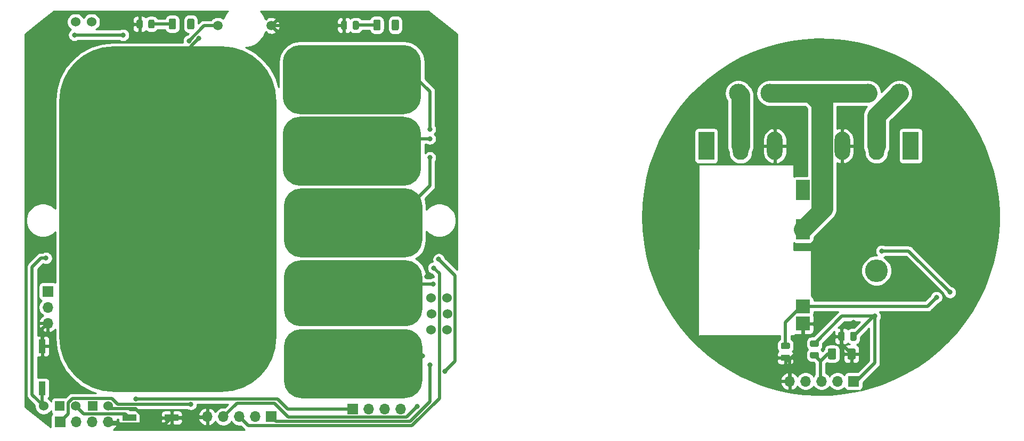
<source format=gbr>
%TF.GenerationSoftware,KiCad,Pcbnew,(5.1.10)-1*%
%TF.CreationDate,2021-07-22T01:03:41+03:00*%
%TF.ProjectId,Dimmer,44696d6d-6572-42e6-9b69-6361645f7063,rev?*%
%TF.SameCoordinates,Original*%
%TF.FileFunction,Copper,L1,Top*%
%TF.FilePolarity,Positive*%
%FSLAX46Y46*%
G04 Gerber Fmt 4.6, Leading zero omitted, Abs format (unit mm)*
G04 Created by KiCad (PCBNEW (5.1.10)-1) date 2021-07-22 01:03:41*
%MOMM*%
%LPD*%
G01*
G04 APERTURE LIST*
%TA.AperFunction,ConnectorPad*%
%ADD10O,3.600000X3.600000*%
%TD*%
%TA.AperFunction,ComponentPad*%
%ADD11R,2.500000X4.500000*%
%TD*%
%TA.AperFunction,ComponentPad*%
%ADD12O,2.500000X4.500000*%
%TD*%
%TA.AperFunction,ComponentPad*%
%ADD13C,3.000000*%
%TD*%
%TA.AperFunction,ComponentPad*%
%ADD14R,2.200000X2.200000*%
%TD*%
%TA.AperFunction,ComponentPad*%
%ADD15R,2.200000X3.200000*%
%TD*%
%TA.AperFunction,ComponentPad*%
%ADD16O,1.700000X1.700000*%
%TD*%
%TA.AperFunction,ComponentPad*%
%ADD17R,1.700000X1.700000*%
%TD*%
%TA.AperFunction,ComponentPad*%
%ADD18C,1.500000*%
%TD*%
%TA.AperFunction,SMDPad,CuDef*%
%ADD19R,1.120000X2.160000*%
%TD*%
%TA.AperFunction,ComponentPad*%
%ADD20C,1.524000*%
%TD*%
%TA.AperFunction,SMDPad,CuDef*%
%ADD21R,2.160000X1.120000*%
%TD*%
%TA.AperFunction,ComponentPad*%
%ADD22R,1.524000X1.524000*%
%TD*%
%TA.AperFunction,ViaPad*%
%ADD23C,0.800000*%
%TD*%
%TA.AperFunction,Conductor*%
%ADD24C,0.500000*%
%TD*%
%TA.AperFunction,Conductor*%
%ADD25C,3.000000*%
%TD*%
%TA.AperFunction,Conductor*%
%ADD26C,0.254000*%
%TD*%
%TA.AperFunction,Conductor*%
%ADD27C,0.100000*%
%TD*%
G04 APERTURE END LIST*
%TO.P,TH1,2*%
%TO.N,GND*%
%TA.AperFunction,SMDPad,CuDef*%
G36*
G01*
X211750000Y-125775000D02*
X211750000Y-124525000D01*
G75*
G02*
X212000000Y-124275000I250000J0D01*
G01*
X212800000Y-124275000D01*
G75*
G02*
X213050000Y-124525000I0J-250000D01*
G01*
X213050000Y-125775000D01*
G75*
G02*
X212800000Y-126025000I-250000J0D01*
G01*
X212000000Y-126025000D01*
G75*
G02*
X211750000Y-125775000I0J250000D01*
G01*
G37*
%TD.AperFunction*%
%TO.P,TH1,1*%
%TO.N,Net-(J4-Pad3)*%
%TA.AperFunction,SMDPad,CuDef*%
G36*
G01*
X208650000Y-125775000D02*
X208650000Y-124525000D01*
G75*
G02*
X208900000Y-124275000I250000J0D01*
G01*
X209700000Y-124275000D01*
G75*
G02*
X209950000Y-124525000I0J-250000D01*
G01*
X209950000Y-125775000D01*
G75*
G02*
X209700000Y-126025000I-250000J0D01*
G01*
X208900000Y-126025000D01*
G75*
G02*
X208650000Y-125775000I0J250000D01*
G01*
G37*
%TD.AperFunction*%
%TD*%
D10*
%TO.P,Q2,*%
%TO.N,*%
X216370000Y-111910000D03*
D11*
%TO.P,Q2,1*%
%TO.N,Net-(D7-Pad5)*%
X221820000Y-92050000D03*
D12*
%TO.P,Q2,2*%
%TO.N,Net-(C1-Pad2)*%
X216370000Y-92050000D03*
%TO.P,Q2,3*%
%TO.N,GND*%
X210920000Y-92050000D03*
%TD*%
%TO.P,Q1,3*%
%TO.N,GND*%
X200220000Y-92050000D03*
%TO.P,Q1,2*%
%TO.N,Net-(J1-Pad1)*%
X194770000Y-92050000D03*
D11*
%TO.P,Q1,1*%
%TO.N,Net-(D7-Pad5)*%
X189320000Y-92050000D03*
%TD*%
D13*
%TO.P,OUT,1*%
%TO.N,Net-(C1-Pad2)*%
X220000000Y-83650000D03*
%TO.P,OUT,2*%
%TO.N,Net-(J1-Pad2)*%
X215000000Y-83650000D03*
%TD*%
D14*
%TO.P,PS,4*%
%TO.N,GND*%
X204680000Y-120340000D03*
%TO.P,PS,3*%
%TO.N,+12V*%
X204680000Y-117590000D03*
D15*
%TO.P,PS,2*%
%TO.N,Net-(J1-Pad2)*%
X204680000Y-105340000D03*
%TO.P,PS,1*%
%TO.N,Net-(J1-Pad1)*%
X204680000Y-99090000D03*
%TD*%
D13*
%TO.P,IN,1*%
%TO.N,Net-(J1-Pad2)*%
X199400000Y-83650000D03*
%TO.P,IN,2*%
%TO.N,Net-(J1-Pad1)*%
X194400000Y-83650000D03*
%TD*%
%TO.P,C8,2*%
%TO.N,GND*%
%TA.AperFunction,SMDPad,CuDef*%
G36*
G01*
X211300000Y-121875000D02*
X211300000Y-122825000D01*
G75*
G02*
X211050000Y-123075000I-250000J0D01*
G01*
X210550000Y-123075000D01*
G75*
G02*
X210300000Y-122825000I0J250000D01*
G01*
X210300000Y-121875000D01*
G75*
G02*
X210550000Y-121625000I250000J0D01*
G01*
X211050000Y-121625000D01*
G75*
G02*
X211300000Y-121875000I0J-250000D01*
G01*
G37*
%TD.AperFunction*%
%TO.P,C8,1*%
%TO.N,+3V3*%
%TA.AperFunction,SMDPad,CuDef*%
G36*
G01*
X213200000Y-121875000D02*
X213200000Y-122825000D01*
G75*
G02*
X212950000Y-123075000I-250000J0D01*
G01*
X212450000Y-123075000D01*
G75*
G02*
X212200000Y-122825000I0J250000D01*
G01*
X212200000Y-121875000D01*
G75*
G02*
X212450000Y-121625000I250000J0D01*
G01*
X212950000Y-121625000D01*
G75*
G02*
X213200000Y-121875000I0J-250000D01*
G01*
G37*
%TD.AperFunction*%
%TD*%
D16*
%TO.P,J4,5*%
%TO.N,GND*%
X202560000Y-129500000D03*
%TO.P,J4,4*%
%TO.N,Detect_null*%
X205100000Y-129500000D03*
%TO.P,J4,3*%
%TO.N,Net-(J4-Pad3)*%
X207640000Y-129500000D03*
%TO.P,J4,2*%
%TO.N,Load_cntrl*%
X210180000Y-129500000D03*
D17*
%TO.P,J4,1*%
%TO.N,+3V3*%
X212720000Y-129500000D03*
%TD*%
%TO.P,C11,2*%
%TO.N,GND*%
%TA.AperFunction,SMDPad,CuDef*%
G36*
G01*
X201425000Y-125265000D02*
X202375000Y-125265000D01*
G75*
G02*
X202625000Y-125515000I0J-250000D01*
G01*
X202625000Y-126015000D01*
G75*
G02*
X202375000Y-126265000I-250000J0D01*
G01*
X201425000Y-126265000D01*
G75*
G02*
X201175000Y-126015000I0J250000D01*
G01*
X201175000Y-125515000D01*
G75*
G02*
X201425000Y-125265000I250000J0D01*
G01*
G37*
%TD.AperFunction*%
%TO.P,C11,1*%
%TO.N,+12V*%
%TA.AperFunction,SMDPad,CuDef*%
G36*
G01*
X201425000Y-123365000D02*
X202375000Y-123365000D01*
G75*
G02*
X202625000Y-123615000I0J-250000D01*
G01*
X202625000Y-124115000D01*
G75*
G02*
X202375000Y-124365000I-250000J0D01*
G01*
X201425000Y-124365000D01*
G75*
G02*
X201175000Y-124115000I0J250000D01*
G01*
X201175000Y-123615000D01*
G75*
G02*
X201425000Y-123365000I250000J0D01*
G01*
G37*
%TD.AperFunction*%
%TD*%
%TO.P,R9,2*%
%TO.N,Net-(J4-Pad3)*%
%TA.AperFunction,SMDPad,CuDef*%
G36*
G01*
X206049999Y-124837500D02*
X206950001Y-124837500D01*
G75*
G02*
X207200000Y-125087499I0J-249999D01*
G01*
X207200000Y-125612501D01*
G75*
G02*
X206950001Y-125862500I-249999J0D01*
G01*
X206049999Y-125862500D01*
G75*
G02*
X205800000Y-125612501I0J249999D01*
G01*
X205800000Y-125087499D01*
G75*
G02*
X206049999Y-124837500I249999J0D01*
G01*
G37*
%TD.AperFunction*%
%TO.P,R9,1*%
%TO.N,+3V3*%
%TA.AperFunction,SMDPad,CuDef*%
G36*
G01*
X206049999Y-123012500D02*
X206950001Y-123012500D01*
G75*
G02*
X207200000Y-123262499I0J-249999D01*
G01*
X207200000Y-123787501D01*
G75*
G02*
X206950001Y-124037500I-249999J0D01*
G01*
X206049999Y-124037500D01*
G75*
G02*
X205800000Y-123787501I0J249999D01*
G01*
X205800000Y-123262499D01*
G75*
G02*
X206049999Y-123012500I249999J0D01*
G01*
G37*
%TD.AperFunction*%
%TD*%
D18*
%TO.P,R3,2*%
%TO.N,GND*%
X120200000Y-72900000D03*
%TO.P,R3,1*%
%TO.N,photo*%
X111700000Y-72900000D03*
%TD*%
%TO.P,D5,2*%
%TO.N,Net-(D5-Pad2)*%
%TA.AperFunction,SMDPad,CuDef*%
G36*
G01*
X100662500Y-73106250D02*
X100662500Y-72193750D01*
G75*
G02*
X100906250Y-71950000I243750J0D01*
G01*
X101393750Y-71950000D01*
G75*
G02*
X101637500Y-72193750I0J-243750D01*
G01*
X101637500Y-73106250D01*
G75*
G02*
X101393750Y-73350000I-243750J0D01*
G01*
X100906250Y-73350000D01*
G75*
G02*
X100662500Y-73106250I0J243750D01*
G01*
G37*
%TD.AperFunction*%
%TO.P,D5,1*%
%TO.N,GND*%
%TA.AperFunction,SMDPad,CuDef*%
G36*
G01*
X98787500Y-73106250D02*
X98787500Y-72193750D01*
G75*
G02*
X99031250Y-71950000I243750J0D01*
G01*
X99518750Y-71950000D01*
G75*
G02*
X99762500Y-72193750I0J-243750D01*
G01*
X99762500Y-73106250D01*
G75*
G02*
X99518750Y-73350000I-243750J0D01*
G01*
X99031250Y-73350000D01*
G75*
G02*
X98787500Y-73106250I0J243750D01*
G01*
G37*
%TD.AperFunction*%
%TD*%
%TO.P,D6,2*%
%TO.N,Net-(D6-Pad2)*%
%TA.AperFunction,SMDPad,CuDef*%
G36*
G01*
X133137500Y-73306250D02*
X133137500Y-72393750D01*
G75*
G02*
X133381250Y-72150000I243750J0D01*
G01*
X133868750Y-72150000D01*
G75*
G02*
X134112500Y-72393750I0J-243750D01*
G01*
X134112500Y-73306250D01*
G75*
G02*
X133868750Y-73550000I-243750J0D01*
G01*
X133381250Y-73550000D01*
G75*
G02*
X133137500Y-73306250I0J243750D01*
G01*
G37*
%TD.AperFunction*%
%TO.P,D6,1*%
%TO.N,GND*%
%TA.AperFunction,SMDPad,CuDef*%
G36*
G01*
X131262500Y-73306250D02*
X131262500Y-72393750D01*
G75*
G02*
X131506250Y-72150000I243750J0D01*
G01*
X131993750Y-72150000D01*
G75*
G02*
X132237500Y-72393750I0J-243750D01*
G01*
X132237500Y-73306250D01*
G75*
G02*
X131993750Y-73550000I-243750J0D01*
G01*
X131506250Y-73550000D01*
G75*
G02*
X131262500Y-73306250I0J243750D01*
G01*
G37*
%TD.AperFunction*%
%TD*%
D16*
%TO.P,RX0,4*%
%TO.N,GND*%
X94270000Y-136000000D03*
%TO.P,RX0,3*%
%TO.N,Net-(J3-Pad3)*%
X91730000Y-136000000D03*
%TO.P,RX0,2*%
%TO.N,Net-(J3-Pad2)*%
X89190000Y-136000000D03*
D17*
%TO.P,RX0,1*%
%TO.N,+3V3*%
X86650000Y-136000000D03*
%TD*%
D16*
%TO.P,I2C,3*%
%TO.N,GND*%
X84700000Y-120280000D03*
%TO.P,I2C,2*%
%TO.N,Net-(J7-Pad2)*%
X84700000Y-117740000D03*
D17*
%TO.P,I2C,1*%
%TO.N,Net-(J7-Pad1)*%
X84700000Y-115200000D03*
%TD*%
%TO.P,k2,1*%
%TO.N,Net-(U2-Pad24)*%
%TA.AperFunction,SMDPad,CuDef*%
G36*
G01*
X122200000Y-129450000D02*
X122200000Y-123950000D01*
G75*
G02*
X124950000Y-121200000I2750000J0D01*
G01*
X141450000Y-121200000D01*
G75*
G02*
X144200000Y-123950000I0J-2750000D01*
G01*
X144200000Y-129450000D01*
G75*
G02*
X141450000Y-132200000I-2750000J0D01*
G01*
X124950000Y-132200000D01*
G75*
G02*
X122200000Y-129450000I0J2750000D01*
G01*
G37*
%TD.AperFunction*%
%TD*%
%TO.P,k5,1*%
%TO.N,Net-(U2-Pad16)*%
%TA.AperFunction,SMDPad,CuDef*%
G36*
G01*
X122200000Y-118125000D02*
X122200000Y-112875000D01*
G75*
G02*
X124825000Y-110250000I2625000J0D01*
G01*
X141575000Y-110250000D01*
G75*
G02*
X144200000Y-112875000I0J-2625000D01*
G01*
X144200000Y-118125000D01*
G75*
G02*
X141575000Y-120750000I-2625000J0D01*
G01*
X124825000Y-120750000D01*
G75*
G02*
X122200000Y-118125000I0J2625000D01*
G01*
G37*
%TD.AperFunction*%
%TD*%
%TO.P,k4,1*%
%TO.N,Net-(U2-Pad14)*%
%TA.AperFunction,SMDPad,CuDef*%
G36*
G01*
X122200000Y-107050000D02*
X122200000Y-101550000D01*
G75*
G02*
X124950000Y-98800000I2750000J0D01*
G01*
X141450000Y-98800000D01*
G75*
G02*
X144200000Y-101550000I0J-2750000D01*
G01*
X144200000Y-107050000D01*
G75*
G02*
X141450000Y-109800000I-2750000J0D01*
G01*
X124950000Y-109800000D01*
G75*
G02*
X122200000Y-107050000I0J2750000D01*
G01*
G37*
%TD.AperFunction*%
%TD*%
%TO.P,k7,1*%
%TO.N,Net-(U2-Pad12)*%
%TA.AperFunction,SMDPad,CuDef*%
G36*
G01*
X144000000Y-78750000D02*
X144000000Y-84250000D01*
G75*
G02*
X141250000Y-87000000I-2750000J0D01*
G01*
X124750000Y-87000000D01*
G75*
G02*
X122000000Y-84250000I0J2750000D01*
G01*
X122000000Y-78750000D01*
G75*
G02*
X124750000Y-76000000I2750000J0D01*
G01*
X141250000Y-76000000D01*
G75*
G02*
X144000000Y-78750000I0J-2750000D01*
G01*
G37*
%TD.AperFunction*%
%TD*%
%TO.P,k6,1*%
%TO.N,Net-(U2-Pad13)*%
%TA.AperFunction,SMDPad,CuDef*%
G36*
G01*
X144000000Y-90150000D02*
X144000000Y-95650000D01*
G75*
G02*
X141250000Y-98400000I-2750000J0D01*
G01*
X124750000Y-98400000D01*
G75*
G02*
X122000000Y-95650000I0J2750000D01*
G01*
X122000000Y-90150000D01*
G75*
G02*
X124750000Y-87400000I2750000J0D01*
G01*
X141250000Y-87400000D01*
G75*
G02*
X144000000Y-90150000I0J-2750000D01*
G01*
G37*
%TD.AperFunction*%
%TD*%
D16*
%TO.P,SPI,4*%
%TO.N,Net-(J22-Pad4)*%
X140740000Y-133900000D03*
%TO.P,SPI,3*%
%TO.N,Net-(J22-Pad3)*%
X138200000Y-133900000D03*
%TO.P,SPI,2*%
%TO.N,Net-(J22-Pad2)*%
X135660000Y-133900000D03*
D17*
%TO.P,SPI,1*%
%TO.N,MOSI*%
X133120000Y-133900000D03*
%TD*%
D19*
%TO.P,SW_RST,1*%
%TO.N,GND*%
X83800000Y-123935000D03*
%TO.P,SW_RST,2*%
%TO.N,Net-(J20-Pad1)*%
X83800000Y-130665000D03*
%TD*%
D20*
%TO.P,RST,1*%
%TO.N,Net-(J20-Pad1)*%
X84000000Y-133450000D03*
%TD*%
%TO.P,k3,1*%
%TO.N,Net-(U2-Pad8)*%
%TA.AperFunction,SMDPad,CuDef*%
G36*
G01*
X121000000Y-84825000D02*
X121000000Y-122575000D01*
G75*
G02*
X112375000Y-131200000I-8625000J0D01*
G01*
X95125000Y-131200000D01*
G75*
G02*
X86500000Y-122575000I0J8625000D01*
G01*
X86500000Y-84825000D01*
G75*
G02*
X95125000Y-76200000I8625000J0D01*
G01*
X112375000Y-76200000D01*
G75*
G02*
X121000000Y-84825000I0J-8625000D01*
G01*
G37*
%TD.AperFunction*%
%TD*%
D21*
%TO.P,SW_MODE,1*%
%TO.N,GND*%
X104365000Y-135300000D03*
%TO.P,SW_MODE,2*%
%TO.N,Net-(J23-Pad2)*%
X97635000Y-135300000D03*
%TD*%
%TO.P,R12,2*%
%TO.N,Net-(D6-Pad2)*%
%TA.AperFunction,SMDPad,CuDef*%
G36*
G01*
X137537500Y-72174999D02*
X137537500Y-73425001D01*
G75*
G02*
X137287501Y-73675000I-249999J0D01*
G01*
X136662499Y-73675000D01*
G75*
G02*
X136412500Y-73425001I0J249999D01*
G01*
X136412500Y-72174999D01*
G75*
G02*
X136662499Y-71925000I249999J0D01*
G01*
X137287501Y-71925000D01*
G75*
G02*
X137537500Y-72174999I0J-249999D01*
G01*
G37*
%TD.AperFunction*%
%TO.P,R12,1*%
%TO.N,RED*%
%TA.AperFunction,SMDPad,CuDef*%
G36*
G01*
X140462500Y-72174999D02*
X140462500Y-73425001D01*
G75*
G02*
X140212501Y-73675000I-249999J0D01*
G01*
X139587499Y-73675000D01*
G75*
G02*
X139337500Y-73425001I0J249999D01*
G01*
X139337500Y-72174999D01*
G75*
G02*
X139587499Y-71925000I249999J0D01*
G01*
X140212501Y-71925000D01*
G75*
G02*
X140462500Y-72174999I0J-249999D01*
G01*
G37*
%TD.AperFunction*%
%TD*%
%TO.P,R11,1*%
%TO.N,BLUE*%
%TA.AperFunction,SMDPad,CuDef*%
G36*
G01*
X107962500Y-72024999D02*
X107962500Y-73275001D01*
G75*
G02*
X107712501Y-73525000I-249999J0D01*
G01*
X107087499Y-73525000D01*
G75*
G02*
X106837500Y-73275001I0J249999D01*
G01*
X106837500Y-72024999D01*
G75*
G02*
X107087499Y-71775000I249999J0D01*
G01*
X107712501Y-71775000D01*
G75*
G02*
X107962500Y-72024999I0J-249999D01*
G01*
G37*
%TD.AperFunction*%
%TO.P,R11,2*%
%TO.N,Net-(D5-Pad2)*%
%TA.AperFunction,SMDPad,CuDef*%
G36*
G01*
X105037500Y-72024999D02*
X105037500Y-73275001D01*
G75*
G02*
X104787501Y-73525000I-249999J0D01*
G01*
X104162499Y-73525000D01*
G75*
G02*
X103912500Y-73275001I0J249999D01*
G01*
X103912500Y-72024999D01*
G75*
G02*
X104162499Y-71775000I249999J0D01*
G01*
X104787501Y-71775000D01*
G75*
G02*
X105037500Y-72024999I0J-249999D01*
G01*
G37*
%TD.AperFunction*%
%TD*%
D20*
%TO.P,Prog,2*%
%TO.N,GND*%
X94300000Y-133450000D03*
D22*
%TO.P,Prog,1*%
%TO.N,Net-(J2-Pad1)*%
X91800000Y-133450000D03*
%TD*%
%TO.P,Mode,1*%
%TO.N,Mode*%
X86600000Y-133460000D03*
D20*
%TO.P,Mode,2*%
%TO.N,Net-(J23-Pad2)*%
X89140000Y-133460000D03*
%TD*%
D17*
%TO.P,J16,1*%
%TO.N,+3V3*%
X120200000Y-135150000D03*
D16*
%TO.P,J16,2*%
%TO.N,cntrl*%
X117660000Y-135150000D03*
%TO.P,J16,3*%
%TO.N,termo_bp*%
X115120000Y-135150000D03*
%TO.P,J16,4*%
%TO.N,null*%
X112580000Y-135150000D03*
%TO.P,J16,5*%
%TO.N,GND*%
X110040000Y-135150000D03*
%TD*%
D20*
%TO.P,J5,1*%
%TO.N,Net-(J5-Pad1)*%
X145590000Y-121350000D03*
%TD*%
%TO.P,J6,1*%
%TO.N,Net-(J6-Pad1)*%
X148130000Y-116270000D03*
%TD*%
%TO.P,J8,1*%
%TO.N,Net-(J8-Pad1)*%
X89100000Y-72300000D03*
%TD*%
%TO.P,J12,1*%
%TO.N,Net-(J12-Pad1)*%
X145640000Y-118800000D03*
%TD*%
%TO.P,J13,1*%
%TO.N,Net-(J13-Pad1)*%
X91640000Y-72300000D03*
%TD*%
%TO.P,J14,1*%
%TO.N,Net-(J14-Pad1)*%
X148130000Y-121350000D03*
%TD*%
%TO.P,J15,1*%
%TO.N,Net-(J15-Pad1)*%
X148180000Y-118810000D03*
%TD*%
%TO.P,J10,1*%
%TO.N,Net-(J10-Pad1)*%
X145590000Y-116270000D03*
%TD*%
D23*
%TO.N,GND*%
X144883580Y-112843664D03*
X212700000Y-120150000D03*
X84000000Y-76300000D03*
%TO.N,+3V3*%
X88900000Y-74400000D03*
X145400000Y-126900000D03*
X107400000Y-133150000D03*
X216100000Y-119150000D03*
X96650000Y-74400000D03*
%TO.N,+12V*%
X225900000Y-116150000D03*
%TO.N,Net-(U2-Pad24)*%
X144200000Y-125500000D03*
%TO.N,Net-(C2-Pad2)*%
X217225000Y-108775000D03*
X228050000Y-115350000D03*
%TO.N,MOSI*%
X98691680Y-132300000D03*
%TO.N,Net-(U2-Pad8)*%
X108693199Y-74943199D03*
%TO.N,Net-(U2-Pad14)*%
X145400000Y-93900000D03*
%TO.N,Net-(U2-Pad16)*%
X145944558Y-113997499D03*
%TO.N,Net-(U2-Pad13)*%
X145400000Y-90900000D03*
%TO.N,Net-(U2-Pad12)*%
X145400000Y-89400000D03*
%TO.N,BLUE*%
X107400000Y-72650000D03*
%TO.N,RED*%
X147767999Y-127900000D03*
X146800000Y-110100000D03*
X139900000Y-72800000D03*
%TO.N,Net-(J20-Pad1)*%
X84400000Y-109900000D03*
%TO.N,null*%
X143400000Y-133500000D03*
%TO.N,termo_bp*%
X146000745Y-111473454D03*
%TO.N,photo*%
X107117158Y-75317158D03*
%TD*%
D24*
%TO.N,GND*%
X94270000Y-133480000D02*
X94300000Y-133450000D01*
X109890000Y-135300000D02*
X110040000Y-135150000D01*
X104365000Y-135300000D02*
X109890000Y-135300000D01*
X83800000Y-121180000D02*
X84700000Y-120280000D01*
X83800000Y-123935000D02*
X83800000Y-121180000D01*
X94700010Y-133850010D02*
X94300000Y-133450000D01*
X98635012Y-133850010D02*
X94700010Y-133850010D01*
X94610001Y-136310001D02*
X99075001Y-136310001D01*
X94300000Y-136000000D02*
X94610001Y-136310001D01*
X94270000Y-136000000D02*
X94300000Y-136000000D01*
X103354999Y-136310001D02*
X104365000Y-135300000D01*
X98635012Y-133850010D02*
X98635012Y-133955014D01*
X98635012Y-133955014D02*
X100989999Y-136310001D01*
X100989999Y-136310001D02*
X103354999Y-136310001D01*
X99075001Y-136310001D02*
X100989999Y-136310001D01*
X202560000Y-126425000D02*
X202560000Y-126090000D01*
X210800000Y-122350000D02*
X210800000Y-123550000D01*
X202560000Y-126090000D02*
X204680000Y-123970000D01*
X202560000Y-129950000D02*
X202560000Y-126425000D01*
X204680000Y-120340000D02*
X204680000Y-123970000D01*
X210800000Y-123550000D02*
X212400000Y-125150000D01*
X202560000Y-126425000D02*
X201900000Y-125765000D01*
X120250000Y-72850000D02*
X120200000Y-72900000D01*
X131750000Y-72850000D02*
X120250000Y-72850000D01*
%TO.N,+3V3*%
X95793762Y-133150000D02*
X107400000Y-133150000D01*
X94881761Y-132237999D02*
X95793762Y-133150000D01*
X88568239Y-132237999D02*
X94881761Y-132237999D01*
X87927999Y-132878239D02*
X88568239Y-132237999D01*
X87927999Y-134722001D02*
X87927999Y-132878239D01*
X86650000Y-136000000D02*
X87927999Y-134722001D01*
X145400000Y-129700000D02*
X145400000Y-126900000D01*
X145400000Y-132758002D02*
X145400000Y-129700000D01*
X142257991Y-135900011D02*
X145400000Y-132758002D01*
X120950011Y-135900011D02*
X142257991Y-135900011D01*
X120200000Y-135150000D02*
X120950011Y-135900011D01*
X216100000Y-126570000D02*
X216100000Y-119150000D01*
X215900000Y-119150000D02*
X212700000Y-122350000D01*
X212720000Y-129950000D02*
X216100000Y-126570000D01*
X216100000Y-119150000D02*
X210875000Y-119150000D01*
X210875000Y-119150000D02*
X206500000Y-123525000D01*
X216100000Y-119150000D02*
X215900000Y-119150000D01*
X88900000Y-74400000D02*
X96650000Y-74400000D01*
%TO.N,+12V*%
X224460000Y-117590000D02*
X225900000Y-116150000D01*
X201900000Y-120109998D02*
X204419998Y-117590000D01*
X201900000Y-123865000D02*
X201900000Y-120109998D01*
X204419998Y-117590000D02*
X204680000Y-117590000D01*
X204680000Y-117590000D02*
X224460000Y-117590000D01*
D25*
%TO.N,Net-(J1-Pad1)*%
X194770000Y-92050000D02*
X194770000Y-84020000D01*
X194770000Y-84020000D02*
X194400000Y-83650000D01*
D24*
%TO.N,Net-(U2-Pad24)*%
X132200000Y-125500000D02*
X131900000Y-125200000D01*
X144200000Y-125500000D02*
X132200000Y-125500000D01*
D25*
%TO.N,Net-(C1-Pad2)*%
X216370000Y-87280000D02*
X220000000Y-83650000D01*
X216370000Y-92050000D02*
X216370000Y-87280000D01*
D24*
%TO.N,Net-(C2-Pad2)*%
X221475000Y-108775000D02*
X228050000Y-115350000D01*
X217225000Y-108775000D02*
X221475000Y-108775000D01*
%TO.N,MOSI*%
X122800000Y-133900000D02*
X133120000Y-133900000D01*
X121200000Y-132300000D02*
X122800000Y-133900000D01*
X98691680Y-132300000D02*
X121200000Y-132300000D01*
%TO.N,Net-(U2-Pad8)*%
X103750000Y-79886398D02*
X103750000Y-103700000D01*
X108693199Y-74943199D02*
X103750000Y-79886398D01*
%TO.N,Net-(U2-Pad14)*%
X145400000Y-93900000D02*
X145400000Y-98400000D01*
X140000000Y-103800000D02*
X131500000Y-103800000D01*
X145400000Y-98400000D02*
X140000000Y-103800000D01*
%TO.N,Net-(U2-Pad16)*%
X131900000Y-114500000D02*
X138200000Y-114500000D01*
X134702501Y-113997499D02*
X133200000Y-115500000D01*
X145944558Y-113997499D02*
X134702501Y-113997499D01*
%TO.N,Net-(U2-Pad13)*%
X133800000Y-90900000D02*
X131500000Y-93200000D01*
X145400000Y-90900000D02*
X133800000Y-90900000D01*
%TO.N,Net-(U2-Pad12)*%
X145400000Y-89400000D02*
X145400000Y-83400000D01*
X142900000Y-80900000D02*
X133400000Y-80900000D01*
X145400000Y-83400000D02*
X142900000Y-80900000D01*
%TO.N,Net-(D5-Pad2)*%
X104475000Y-72650000D02*
X101150000Y-72650000D01*
%TO.N,Net-(D6-Pad2)*%
X133675000Y-72800000D02*
X133625000Y-72850000D01*
X136975000Y-72800000D02*
X133675000Y-72800000D01*
%TO.N,RED*%
X149392001Y-126275998D02*
X147767999Y-127900000D01*
X149392001Y-112692001D02*
X149392001Y-126275998D01*
X146800000Y-110100000D02*
X149392001Y-112692001D01*
D25*
%TO.N,Net-(J1-Pad2)*%
X208300000Y-83650000D02*
X207969990Y-83980010D01*
X207969990Y-83980010D02*
X207969990Y-102050010D01*
X207969990Y-102050010D02*
X204680000Y-105340000D01*
X215000000Y-83650000D02*
X208300000Y-83650000D01*
X208300000Y-83650000D02*
X205900000Y-83650000D01*
X205900000Y-83650000D02*
X199400000Y-83650000D01*
X204680000Y-105340000D02*
X207480001Y-102539999D01*
X207480001Y-102539999D02*
X207480001Y-85230001D01*
X207480001Y-85230001D02*
X205900000Y-83650000D01*
D24*
%TO.N,Net-(J20-Pad1)*%
X83800000Y-133250000D02*
X84000000Y-133450000D01*
X83800000Y-130665000D02*
X83800000Y-133250000D01*
X84000000Y-133450000D02*
X82200000Y-131650000D01*
X82200000Y-131650000D02*
X82200000Y-111300000D01*
X83600000Y-109900000D02*
X84400000Y-109900000D01*
X82200000Y-111300000D02*
X83600000Y-109900000D01*
%TO.N,Net-(J4-Pad3)*%
X207460000Y-129770000D02*
X207640000Y-129950000D01*
X209300000Y-125150000D02*
X208620000Y-125150000D01*
X207460000Y-126310000D02*
X207460000Y-129770000D01*
X208620000Y-125150000D02*
X207460000Y-126310000D01*
X207460000Y-126310000D02*
X206500000Y-125350000D01*
%TO.N,null*%
X114729990Y-133000010D02*
X112580000Y-135150000D01*
X120699990Y-133000010D02*
X114729990Y-133000010D01*
X122899981Y-135200001D02*
X120699990Y-133000010D01*
X141364001Y-135200001D02*
X122899981Y-135200001D01*
X141699999Y-135200001D02*
X143400000Y-133500000D01*
X141364001Y-135200001D02*
X141699999Y-135200001D01*
%TO.N,termo_bp*%
X146917999Y-132229966D02*
X146917999Y-112382001D01*
X142547943Y-136600021D02*
X146917999Y-132229966D01*
X116570021Y-136600021D02*
X142547943Y-136600021D01*
X146917999Y-112382001D02*
X146882001Y-112382001D01*
X115120000Y-135150000D02*
X116570021Y-136600021D01*
X146909292Y-112382001D02*
X146917999Y-112382001D01*
X146000745Y-111473454D02*
X146909292Y-112382001D01*
%TO.N,Net-(J23-Pad2)*%
X96997001Y-134662001D02*
X97635000Y-135300000D01*
X90342001Y-134662001D02*
X96997001Y-134662001D01*
X89140000Y-133460000D02*
X90342001Y-134662001D01*
%TO.N,photo*%
X109534316Y-72900000D02*
X111700000Y-72900000D01*
X107117158Y-75317158D02*
X109534316Y-72900000D01*
%TD*%
D26*
%TO.N,GND*%
X112798960Y-133679461D02*
X112726260Y-133665000D01*
X112433740Y-133665000D01*
X112146842Y-133722068D01*
X111876589Y-133834010D01*
X111633368Y-133996525D01*
X111426525Y-134203368D01*
X111304805Y-134385534D01*
X111235178Y-134268645D01*
X111040269Y-134052412D01*
X110806920Y-133878359D01*
X110544099Y-133753175D01*
X110396890Y-133708524D01*
X110167000Y-133829845D01*
X110167000Y-135023000D01*
X110187000Y-135023000D01*
X110187000Y-135277000D01*
X110167000Y-135277000D01*
X110167000Y-136470155D01*
X110396890Y-136591476D01*
X110544099Y-136546825D01*
X110806920Y-136421641D01*
X111040269Y-136247588D01*
X111235178Y-136031355D01*
X111304805Y-135914466D01*
X111426525Y-136096632D01*
X111633368Y-136303475D01*
X111876589Y-136465990D01*
X112146842Y-136577932D01*
X112433740Y-136635000D01*
X112726260Y-136635000D01*
X113013158Y-136577932D01*
X113283411Y-136465990D01*
X113526632Y-136303475D01*
X113733475Y-136096632D01*
X113850000Y-135922240D01*
X113966525Y-136096632D01*
X114173368Y-136303475D01*
X114416589Y-136465990D01*
X114686842Y-136577932D01*
X114973740Y-136635000D01*
X115266260Y-136635000D01*
X115338960Y-136620539D01*
X115913491Y-137195070D01*
X115929847Y-137215000D01*
X95112857Y-137215000D01*
X95270269Y-137097588D01*
X95465178Y-136881355D01*
X95614157Y-136631252D01*
X95711481Y-136356891D01*
X95590814Y-136127000D01*
X94397000Y-136127000D01*
X94397000Y-136147000D01*
X94143000Y-136147000D01*
X94143000Y-136127000D01*
X94123000Y-136127000D01*
X94123000Y-135873000D01*
X94143000Y-135873000D01*
X94143000Y-135853000D01*
X94397000Y-135853000D01*
X94397000Y-135873000D01*
X95590814Y-135873000D01*
X95711481Y-135643109D01*
X95677389Y-135547001D01*
X95916928Y-135547001D01*
X95916928Y-135860000D01*
X95929188Y-135984482D01*
X95965498Y-136104180D01*
X96024463Y-136214494D01*
X96103815Y-136311185D01*
X96200506Y-136390537D01*
X96310820Y-136449502D01*
X96430518Y-136485812D01*
X96555000Y-136498072D01*
X98715000Y-136498072D01*
X98839482Y-136485812D01*
X98959180Y-136449502D01*
X99069494Y-136390537D01*
X99166185Y-136311185D01*
X99245537Y-136214494D01*
X99304502Y-136104180D01*
X99340812Y-135984482D01*
X99353072Y-135860000D01*
X102646928Y-135860000D01*
X102659188Y-135984482D01*
X102695498Y-136104180D01*
X102754463Y-136214494D01*
X102833815Y-136311185D01*
X102930506Y-136390537D01*
X103040820Y-136449502D01*
X103160518Y-136485812D01*
X103285000Y-136498072D01*
X104079250Y-136495000D01*
X104238000Y-136336250D01*
X104238000Y-135427000D01*
X104492000Y-135427000D01*
X104492000Y-136336250D01*
X104650750Y-136495000D01*
X105445000Y-136498072D01*
X105569482Y-136485812D01*
X105689180Y-136449502D01*
X105799494Y-136390537D01*
X105896185Y-136311185D01*
X105975537Y-136214494D01*
X106034502Y-136104180D01*
X106070812Y-135984482D01*
X106083072Y-135860000D01*
X106080000Y-135585750D01*
X106001141Y-135506891D01*
X108598519Y-135506891D01*
X108695843Y-135781252D01*
X108844822Y-136031355D01*
X109039731Y-136247588D01*
X109273080Y-136421641D01*
X109535901Y-136546825D01*
X109683110Y-136591476D01*
X109913000Y-136470155D01*
X109913000Y-135277000D01*
X108719186Y-135277000D01*
X108598519Y-135506891D01*
X106001141Y-135506891D01*
X105921250Y-135427000D01*
X104492000Y-135427000D01*
X104238000Y-135427000D01*
X102808750Y-135427000D01*
X102650000Y-135585750D01*
X102646928Y-135860000D01*
X99353072Y-135860000D01*
X99353072Y-134740000D01*
X102646928Y-134740000D01*
X102650000Y-135014250D01*
X102808750Y-135173000D01*
X104238000Y-135173000D01*
X104238000Y-134263750D01*
X104492000Y-134263750D01*
X104492000Y-135173000D01*
X105921250Y-135173000D01*
X106080000Y-135014250D01*
X106082477Y-134793109D01*
X108598519Y-134793109D01*
X108719186Y-135023000D01*
X109913000Y-135023000D01*
X109913000Y-133829845D01*
X109683110Y-133708524D01*
X109535901Y-133753175D01*
X109273080Y-133878359D01*
X109039731Y-134052412D01*
X108844822Y-134268645D01*
X108695843Y-134518748D01*
X108598519Y-134793109D01*
X106082477Y-134793109D01*
X106083072Y-134740000D01*
X106070812Y-134615518D01*
X106034502Y-134495820D01*
X105975537Y-134385506D01*
X105896185Y-134288815D01*
X105799494Y-134209463D01*
X105689180Y-134150498D01*
X105569482Y-134114188D01*
X105445000Y-134101928D01*
X104650750Y-134105000D01*
X104492000Y-134263750D01*
X104238000Y-134263750D01*
X104079250Y-134105000D01*
X103285000Y-134101928D01*
X103160518Y-134114188D01*
X103040820Y-134150498D01*
X102930506Y-134209463D01*
X102833815Y-134288815D01*
X102754463Y-134385506D01*
X102695498Y-134495820D01*
X102659188Y-134615518D01*
X102646928Y-134740000D01*
X99353072Y-134740000D01*
X99340812Y-134615518D01*
X99304502Y-134495820D01*
X99245537Y-134385506D01*
X99166185Y-134288815D01*
X99069494Y-134209463D01*
X98959180Y-134150498D01*
X98839482Y-134114188D01*
X98715000Y-134101928D01*
X97688506Y-134101928D01*
X97653535Y-134066957D01*
X97627308Y-134035000D01*
X106861546Y-134035000D01*
X106909744Y-134067205D01*
X107098102Y-134145226D01*
X107298061Y-134185000D01*
X107501939Y-134185000D01*
X107701898Y-134145226D01*
X107890256Y-134067205D01*
X108059774Y-133953937D01*
X108203937Y-133809774D01*
X108317205Y-133640256D01*
X108395226Y-133451898D01*
X108435000Y-133251939D01*
X108435000Y-133185000D01*
X113293421Y-133185000D01*
X112798960Y-133679461D01*
%TA.AperFunction,Conductor*%
D27*
G36*
X112798960Y-133679461D02*
G01*
X112726260Y-133665000D01*
X112433740Y-133665000D01*
X112146842Y-133722068D01*
X111876589Y-133834010D01*
X111633368Y-133996525D01*
X111426525Y-134203368D01*
X111304805Y-134385534D01*
X111235178Y-134268645D01*
X111040269Y-134052412D01*
X110806920Y-133878359D01*
X110544099Y-133753175D01*
X110396890Y-133708524D01*
X110167000Y-133829845D01*
X110167000Y-135023000D01*
X110187000Y-135023000D01*
X110187000Y-135277000D01*
X110167000Y-135277000D01*
X110167000Y-136470155D01*
X110396890Y-136591476D01*
X110544099Y-136546825D01*
X110806920Y-136421641D01*
X111040269Y-136247588D01*
X111235178Y-136031355D01*
X111304805Y-135914466D01*
X111426525Y-136096632D01*
X111633368Y-136303475D01*
X111876589Y-136465990D01*
X112146842Y-136577932D01*
X112433740Y-136635000D01*
X112726260Y-136635000D01*
X113013158Y-136577932D01*
X113283411Y-136465990D01*
X113526632Y-136303475D01*
X113733475Y-136096632D01*
X113850000Y-135922240D01*
X113966525Y-136096632D01*
X114173368Y-136303475D01*
X114416589Y-136465990D01*
X114686842Y-136577932D01*
X114973740Y-136635000D01*
X115266260Y-136635000D01*
X115338960Y-136620539D01*
X115913491Y-137195070D01*
X115929847Y-137215000D01*
X95112857Y-137215000D01*
X95270269Y-137097588D01*
X95465178Y-136881355D01*
X95614157Y-136631252D01*
X95711481Y-136356891D01*
X95590814Y-136127000D01*
X94397000Y-136127000D01*
X94397000Y-136147000D01*
X94143000Y-136147000D01*
X94143000Y-136127000D01*
X94123000Y-136127000D01*
X94123000Y-135873000D01*
X94143000Y-135873000D01*
X94143000Y-135853000D01*
X94397000Y-135853000D01*
X94397000Y-135873000D01*
X95590814Y-135873000D01*
X95711481Y-135643109D01*
X95677389Y-135547001D01*
X95916928Y-135547001D01*
X95916928Y-135860000D01*
X95929188Y-135984482D01*
X95965498Y-136104180D01*
X96024463Y-136214494D01*
X96103815Y-136311185D01*
X96200506Y-136390537D01*
X96310820Y-136449502D01*
X96430518Y-136485812D01*
X96555000Y-136498072D01*
X98715000Y-136498072D01*
X98839482Y-136485812D01*
X98959180Y-136449502D01*
X99069494Y-136390537D01*
X99166185Y-136311185D01*
X99245537Y-136214494D01*
X99304502Y-136104180D01*
X99340812Y-135984482D01*
X99353072Y-135860000D01*
X102646928Y-135860000D01*
X102659188Y-135984482D01*
X102695498Y-136104180D01*
X102754463Y-136214494D01*
X102833815Y-136311185D01*
X102930506Y-136390537D01*
X103040820Y-136449502D01*
X103160518Y-136485812D01*
X103285000Y-136498072D01*
X104079250Y-136495000D01*
X104238000Y-136336250D01*
X104238000Y-135427000D01*
X104492000Y-135427000D01*
X104492000Y-136336250D01*
X104650750Y-136495000D01*
X105445000Y-136498072D01*
X105569482Y-136485812D01*
X105689180Y-136449502D01*
X105799494Y-136390537D01*
X105896185Y-136311185D01*
X105975537Y-136214494D01*
X106034502Y-136104180D01*
X106070812Y-135984482D01*
X106083072Y-135860000D01*
X106080000Y-135585750D01*
X106001141Y-135506891D01*
X108598519Y-135506891D01*
X108695843Y-135781252D01*
X108844822Y-136031355D01*
X109039731Y-136247588D01*
X109273080Y-136421641D01*
X109535901Y-136546825D01*
X109683110Y-136591476D01*
X109913000Y-136470155D01*
X109913000Y-135277000D01*
X108719186Y-135277000D01*
X108598519Y-135506891D01*
X106001141Y-135506891D01*
X105921250Y-135427000D01*
X104492000Y-135427000D01*
X104238000Y-135427000D01*
X102808750Y-135427000D01*
X102650000Y-135585750D01*
X102646928Y-135860000D01*
X99353072Y-135860000D01*
X99353072Y-134740000D01*
X102646928Y-134740000D01*
X102650000Y-135014250D01*
X102808750Y-135173000D01*
X104238000Y-135173000D01*
X104238000Y-134263750D01*
X104492000Y-134263750D01*
X104492000Y-135173000D01*
X105921250Y-135173000D01*
X106080000Y-135014250D01*
X106082477Y-134793109D01*
X108598519Y-134793109D01*
X108719186Y-135023000D01*
X109913000Y-135023000D01*
X109913000Y-133829845D01*
X109683110Y-133708524D01*
X109535901Y-133753175D01*
X109273080Y-133878359D01*
X109039731Y-134052412D01*
X108844822Y-134268645D01*
X108695843Y-134518748D01*
X108598519Y-134793109D01*
X106082477Y-134793109D01*
X106083072Y-134740000D01*
X106070812Y-134615518D01*
X106034502Y-134495820D01*
X105975537Y-134385506D01*
X105896185Y-134288815D01*
X105799494Y-134209463D01*
X105689180Y-134150498D01*
X105569482Y-134114188D01*
X105445000Y-134101928D01*
X104650750Y-134105000D01*
X104492000Y-134263750D01*
X104238000Y-134263750D01*
X104079250Y-134105000D01*
X103285000Y-134101928D01*
X103160518Y-134114188D01*
X103040820Y-134150498D01*
X102930506Y-134209463D01*
X102833815Y-134288815D01*
X102754463Y-134385506D01*
X102695498Y-134495820D01*
X102659188Y-134615518D01*
X102646928Y-134740000D01*
X99353072Y-134740000D01*
X99340812Y-134615518D01*
X99304502Y-134495820D01*
X99245537Y-134385506D01*
X99166185Y-134288815D01*
X99069494Y-134209463D01*
X98959180Y-134150498D01*
X98839482Y-134114188D01*
X98715000Y-134101928D01*
X97688506Y-134101928D01*
X97653535Y-134066957D01*
X97627308Y-134035000D01*
X106861546Y-134035000D01*
X106909744Y-134067205D01*
X107098102Y-134145226D01*
X107298061Y-134185000D01*
X107501939Y-134185000D01*
X107701898Y-134145226D01*
X107890256Y-134067205D01*
X108059774Y-133953937D01*
X108203937Y-133809774D01*
X108317205Y-133640256D01*
X108395226Y-133451898D01*
X108435000Y-133251939D01*
X108435000Y-133185000D01*
X113293421Y-133185000D01*
X112798960Y-133679461D01*
G37*
%TD.AperFunction*%
D26*
X113190598Y-70676452D02*
X112808866Y-71247754D01*
X112572867Y-71817506D01*
X112356043Y-71672629D01*
X112103989Y-71568225D01*
X111836411Y-71515000D01*
X111563589Y-71515000D01*
X111296011Y-71568225D01*
X111043957Y-71672629D01*
X110817114Y-71824201D01*
X110626315Y-72015000D01*
X109577785Y-72015000D01*
X109534316Y-72010719D01*
X109490847Y-72015000D01*
X109490839Y-72015000D01*
X109360826Y-72027805D01*
X109194002Y-72078411D01*
X109040257Y-72160589D01*
X108939269Y-72243468D01*
X108939267Y-72243470D01*
X108905499Y-72271183D01*
X108877786Y-72304951D01*
X108600572Y-72582165D01*
X108600572Y-72024999D01*
X108583508Y-71851745D01*
X108532972Y-71685149D01*
X108450905Y-71531613D01*
X108340462Y-71397038D01*
X108205887Y-71286595D01*
X108052351Y-71204528D01*
X107885755Y-71153992D01*
X107712501Y-71136928D01*
X107087499Y-71136928D01*
X106914245Y-71153992D01*
X106747649Y-71204528D01*
X106594113Y-71286595D01*
X106459538Y-71397038D01*
X106349095Y-71531613D01*
X106267028Y-71685149D01*
X106216492Y-71851745D01*
X106199428Y-72024999D01*
X106199428Y-73275001D01*
X106216492Y-73448255D01*
X106267028Y-73614851D01*
X106349095Y-73768387D01*
X106459538Y-73902962D01*
X106594113Y-74013405D01*
X106747649Y-74095472D01*
X106914245Y-74146008D01*
X107025748Y-74156990D01*
X106872115Y-74310623D01*
X106815260Y-74321932D01*
X106626902Y-74399953D01*
X106457384Y-74513221D01*
X106313221Y-74657384D01*
X106199953Y-74826902D01*
X106121932Y-75015260D01*
X106082158Y-75215219D01*
X106082158Y-75419097D01*
X106110569Y-75561928D01*
X95125000Y-75561928D01*
X93317864Y-75739915D01*
X91580176Y-76267037D01*
X89978713Y-77123037D01*
X88575019Y-78275019D01*
X87423037Y-79678713D01*
X86567037Y-81280176D01*
X86039915Y-83017864D01*
X85861928Y-84825000D01*
X85861928Y-102054901D01*
X85616034Y-101809007D01*
X85175128Y-101514403D01*
X84685220Y-101311476D01*
X84165136Y-101208025D01*
X83634864Y-101208025D01*
X83114780Y-101311476D01*
X82624872Y-101514403D01*
X82183966Y-101809007D01*
X81809007Y-102183966D01*
X81514403Y-102624872D01*
X81311476Y-103114780D01*
X81208025Y-103634864D01*
X81208025Y-104165136D01*
X81311476Y-104685220D01*
X81514403Y-105175128D01*
X81809007Y-105616034D01*
X82183966Y-105990993D01*
X82624872Y-106285597D01*
X83114780Y-106488524D01*
X83634864Y-106591975D01*
X84165136Y-106591975D01*
X84685220Y-106488524D01*
X85175128Y-106285597D01*
X85616034Y-105990993D01*
X85861928Y-105745099D01*
X85861928Y-113796711D01*
X85794180Y-113760498D01*
X85674482Y-113724188D01*
X85550000Y-113711928D01*
X83850000Y-113711928D01*
X83725518Y-113724188D01*
X83605820Y-113760498D01*
X83495506Y-113819463D01*
X83398815Y-113898815D01*
X83319463Y-113995506D01*
X83260498Y-114105820D01*
X83224188Y-114225518D01*
X83211928Y-114350000D01*
X83211928Y-116050000D01*
X83224188Y-116174482D01*
X83260498Y-116294180D01*
X83319463Y-116404494D01*
X83398815Y-116501185D01*
X83495506Y-116580537D01*
X83605820Y-116639502D01*
X83678380Y-116661513D01*
X83546525Y-116793368D01*
X83384010Y-117036589D01*
X83272068Y-117306842D01*
X83215000Y-117593740D01*
X83215000Y-117886260D01*
X83272068Y-118173158D01*
X83384010Y-118443411D01*
X83546525Y-118686632D01*
X83753368Y-118893475D01*
X83935534Y-119015195D01*
X83818645Y-119084822D01*
X83602412Y-119279731D01*
X83428359Y-119513080D01*
X83303175Y-119775901D01*
X83258524Y-119923110D01*
X83379845Y-120153000D01*
X84573000Y-120153000D01*
X84573000Y-120133000D01*
X84827000Y-120133000D01*
X84827000Y-120153000D01*
X84847000Y-120153000D01*
X84847000Y-120407000D01*
X84827000Y-120407000D01*
X84827000Y-121600814D01*
X85056891Y-121721481D01*
X85331252Y-121624157D01*
X85581355Y-121475178D01*
X85797588Y-121280269D01*
X85861928Y-121194010D01*
X85861928Y-122575000D01*
X86039915Y-124382136D01*
X86567037Y-126119824D01*
X87423037Y-127721287D01*
X88575019Y-129124981D01*
X89978713Y-130276963D01*
X91580176Y-131132963D01*
X92305537Y-131352999D01*
X88611704Y-131352999D01*
X88568238Y-131348718D01*
X88524772Y-131352999D01*
X88524762Y-131352999D01*
X88394749Y-131365804D01*
X88227926Y-131416410D01*
X88074180Y-131498588D01*
X88074178Y-131498589D01*
X88074179Y-131498589D01*
X87973192Y-131581467D01*
X87973190Y-131581469D01*
X87939422Y-131609182D01*
X87911709Y-131642950D01*
X87482831Y-132071828D01*
X87362000Y-132059928D01*
X85838000Y-132059928D01*
X85713518Y-132072188D01*
X85593820Y-132108498D01*
X85483506Y-132167463D01*
X85386815Y-132246815D01*
X85307463Y-132343506D01*
X85248498Y-132453820D01*
X85212188Y-132573518D01*
X85199928Y-132698000D01*
X85199928Y-132731287D01*
X85085120Y-132559465D01*
X84890535Y-132364880D01*
X84733491Y-132259946D01*
X84811185Y-132196185D01*
X84890537Y-132099494D01*
X84949502Y-131989180D01*
X84985812Y-131869482D01*
X84998072Y-131745000D01*
X84998072Y-129585000D01*
X84985812Y-129460518D01*
X84949502Y-129340820D01*
X84890537Y-129230506D01*
X84811185Y-129133815D01*
X84714494Y-129054463D01*
X84604180Y-128995498D01*
X84484482Y-128959188D01*
X84360000Y-128946928D01*
X83240000Y-128946928D01*
X83115518Y-128959188D01*
X83085000Y-128968446D01*
X83085000Y-125631554D01*
X83115518Y-125640812D01*
X83240000Y-125653072D01*
X83514250Y-125650000D01*
X83673000Y-125491250D01*
X83673000Y-124062000D01*
X83927000Y-124062000D01*
X83927000Y-125491250D01*
X84085750Y-125650000D01*
X84360000Y-125653072D01*
X84484482Y-125640812D01*
X84604180Y-125604502D01*
X84714494Y-125545537D01*
X84811185Y-125466185D01*
X84890537Y-125369494D01*
X84949502Y-125259180D01*
X84985812Y-125139482D01*
X84998072Y-125015000D01*
X84995000Y-124220750D01*
X84836250Y-124062000D01*
X83927000Y-124062000D01*
X83673000Y-124062000D01*
X83653000Y-124062000D01*
X83653000Y-123808000D01*
X83673000Y-123808000D01*
X83673000Y-122378750D01*
X83927000Y-122378750D01*
X83927000Y-123808000D01*
X84836250Y-123808000D01*
X84995000Y-123649250D01*
X84998072Y-122855000D01*
X84985812Y-122730518D01*
X84949502Y-122610820D01*
X84890537Y-122500506D01*
X84811185Y-122403815D01*
X84714494Y-122324463D01*
X84604180Y-122265498D01*
X84484482Y-122229188D01*
X84360000Y-122216928D01*
X84085750Y-122220000D01*
X83927000Y-122378750D01*
X83673000Y-122378750D01*
X83514250Y-122220000D01*
X83240000Y-122216928D01*
X83115518Y-122229188D01*
X83085000Y-122238446D01*
X83085000Y-120636890D01*
X83258524Y-120636890D01*
X83303175Y-120784099D01*
X83428359Y-121046920D01*
X83602412Y-121280269D01*
X83818645Y-121475178D01*
X84068748Y-121624157D01*
X84343109Y-121721481D01*
X84573000Y-121600814D01*
X84573000Y-120407000D01*
X83379845Y-120407000D01*
X83258524Y-120636890D01*
X83085000Y-120636890D01*
X83085000Y-111666578D01*
X83927160Y-110824419D01*
X84098102Y-110895226D01*
X84298061Y-110935000D01*
X84501939Y-110935000D01*
X84701898Y-110895226D01*
X84890256Y-110817205D01*
X85059774Y-110703937D01*
X85203937Y-110559774D01*
X85317205Y-110390256D01*
X85395226Y-110201898D01*
X85435000Y-110001939D01*
X85435000Y-109798061D01*
X85395226Y-109598102D01*
X85317205Y-109409744D01*
X85203937Y-109240226D01*
X85059774Y-109096063D01*
X84890256Y-108982795D01*
X84701898Y-108904774D01*
X84501939Y-108865000D01*
X84298061Y-108865000D01*
X84098102Y-108904774D01*
X83909744Y-108982795D01*
X83861546Y-109015000D01*
X83643469Y-109015000D01*
X83600000Y-109010719D01*
X83556531Y-109015000D01*
X83556523Y-109015000D01*
X83441306Y-109026348D01*
X83426509Y-109027805D01*
X83375903Y-109043157D01*
X83259687Y-109078411D01*
X83105941Y-109160589D01*
X83105939Y-109160590D01*
X83105940Y-109160590D01*
X83004953Y-109243468D01*
X83004951Y-109243470D01*
X82971183Y-109271183D01*
X82943470Y-109304951D01*
X81604951Y-110643471D01*
X81571184Y-110671183D01*
X81543471Y-110704951D01*
X81543468Y-110704954D01*
X81460590Y-110805941D01*
X81378412Y-110959687D01*
X81327805Y-111126510D01*
X81310719Y-111300000D01*
X81315001Y-111343479D01*
X81315000Y-131606531D01*
X81310719Y-131650000D01*
X81315000Y-131693469D01*
X81315000Y-131693476D01*
X81320075Y-131745000D01*
X81327805Y-131823490D01*
X81341526Y-131868721D01*
X81378411Y-131990312D01*
X81460589Y-132144058D01*
X81571183Y-132278817D01*
X81604956Y-132306534D01*
X82604299Y-133305878D01*
X82603000Y-133312408D01*
X82603000Y-133587592D01*
X82656686Y-133857490D01*
X82761995Y-134111727D01*
X82914880Y-134340535D01*
X83109465Y-134535120D01*
X83338273Y-134688005D01*
X83592510Y-134793314D01*
X83862408Y-134847000D01*
X84137592Y-134847000D01*
X84407490Y-134793314D01*
X84661727Y-134688005D01*
X84890535Y-134535120D01*
X85085120Y-134340535D01*
X85199928Y-134168713D01*
X85199928Y-134222000D01*
X85212188Y-134346482D01*
X85248498Y-134466180D01*
X85307463Y-134576494D01*
X85384091Y-134669865D01*
X85348815Y-134698815D01*
X85269463Y-134795506D01*
X85210498Y-134905820D01*
X85174188Y-135025518D01*
X85161928Y-135150000D01*
X85161928Y-136832314D01*
X81085000Y-133570772D01*
X81085000Y-74229228D01*
X83668525Y-72162408D01*
X87703000Y-72162408D01*
X87703000Y-72437592D01*
X87756686Y-72707490D01*
X87861995Y-72961727D01*
X88014880Y-73190535D01*
X88209465Y-73385120D01*
X88382695Y-73500869D01*
X88240226Y-73596063D01*
X88096063Y-73740226D01*
X87982795Y-73909744D01*
X87904774Y-74098102D01*
X87865000Y-74298061D01*
X87865000Y-74501939D01*
X87904774Y-74701898D01*
X87982795Y-74890256D01*
X88096063Y-75059774D01*
X88240226Y-75203937D01*
X88409744Y-75317205D01*
X88598102Y-75395226D01*
X88798061Y-75435000D01*
X89001939Y-75435000D01*
X89201898Y-75395226D01*
X89390256Y-75317205D01*
X89438454Y-75285000D01*
X96111546Y-75285000D01*
X96159744Y-75317205D01*
X96348102Y-75395226D01*
X96548061Y-75435000D01*
X96751939Y-75435000D01*
X96951898Y-75395226D01*
X97140256Y-75317205D01*
X97309774Y-75203937D01*
X97453937Y-75059774D01*
X97567205Y-74890256D01*
X97645226Y-74701898D01*
X97685000Y-74501939D01*
X97685000Y-74298061D01*
X97645226Y-74098102D01*
X97567205Y-73909744D01*
X97453937Y-73740226D01*
X97309774Y-73596063D01*
X97140256Y-73482795D01*
X96951898Y-73404774D01*
X96751939Y-73365000D01*
X96548061Y-73365000D01*
X96348102Y-73404774D01*
X96159744Y-73482795D01*
X96111546Y-73515000D01*
X92336156Y-73515000D01*
X92530535Y-73385120D01*
X92565655Y-73350000D01*
X98149428Y-73350000D01*
X98161688Y-73474482D01*
X98197998Y-73594180D01*
X98256963Y-73704494D01*
X98336315Y-73801185D01*
X98433006Y-73880537D01*
X98543320Y-73939502D01*
X98663018Y-73975812D01*
X98787500Y-73988072D01*
X98989250Y-73985000D01*
X99148000Y-73826250D01*
X99148000Y-72777000D01*
X98311250Y-72777000D01*
X98152500Y-72935750D01*
X98149428Y-73350000D01*
X92565655Y-73350000D01*
X92725120Y-73190535D01*
X92878005Y-72961727D01*
X92983314Y-72707490D01*
X93037000Y-72437592D01*
X93037000Y-72162408D01*
X92994750Y-71950000D01*
X98149428Y-71950000D01*
X98152500Y-72364250D01*
X98311250Y-72523000D01*
X99148000Y-72523000D01*
X99148000Y-71473750D01*
X99402000Y-71473750D01*
X99402000Y-72523000D01*
X99422000Y-72523000D01*
X99422000Y-72777000D01*
X99402000Y-72777000D01*
X99402000Y-73826250D01*
X99560750Y-73985000D01*
X99762500Y-73988072D01*
X99886982Y-73975812D01*
X100006680Y-73939502D01*
X100116994Y-73880537D01*
X100213685Y-73801185D01*
X100277492Y-73723436D01*
X100282708Y-73729792D01*
X100416336Y-73839458D01*
X100568791Y-73920947D01*
X100734215Y-73971128D01*
X100906250Y-73988072D01*
X101393750Y-73988072D01*
X101565785Y-73971128D01*
X101731209Y-73920947D01*
X101883664Y-73839458D01*
X102017292Y-73729792D01*
X102126958Y-73596164D01*
X102159651Y-73535000D01*
X103317806Y-73535000D01*
X103342028Y-73614851D01*
X103424095Y-73768387D01*
X103534538Y-73902962D01*
X103669113Y-74013405D01*
X103822649Y-74095472D01*
X103989245Y-74146008D01*
X104162499Y-74163072D01*
X104787501Y-74163072D01*
X104960755Y-74146008D01*
X105127351Y-74095472D01*
X105280887Y-74013405D01*
X105415462Y-73902962D01*
X105525905Y-73768387D01*
X105607972Y-73614851D01*
X105658508Y-73448255D01*
X105675572Y-73275001D01*
X105675572Y-72024999D01*
X105658508Y-71851745D01*
X105607972Y-71685149D01*
X105525905Y-71531613D01*
X105415462Y-71397038D01*
X105280887Y-71286595D01*
X105127351Y-71204528D01*
X104960755Y-71153992D01*
X104787501Y-71136928D01*
X104162499Y-71136928D01*
X103989245Y-71153992D01*
X103822649Y-71204528D01*
X103669113Y-71286595D01*
X103534538Y-71397038D01*
X103424095Y-71531613D01*
X103342028Y-71685149D01*
X103317806Y-71765000D01*
X102159651Y-71765000D01*
X102126958Y-71703836D01*
X102017292Y-71570208D01*
X101883664Y-71460542D01*
X101731209Y-71379053D01*
X101565785Y-71328872D01*
X101393750Y-71311928D01*
X100906250Y-71311928D01*
X100734215Y-71328872D01*
X100568791Y-71379053D01*
X100416336Y-71460542D01*
X100282708Y-71570208D01*
X100277492Y-71576564D01*
X100213685Y-71498815D01*
X100116994Y-71419463D01*
X100006680Y-71360498D01*
X99886982Y-71324188D01*
X99762500Y-71311928D01*
X99560750Y-71315000D01*
X99402000Y-71473750D01*
X99148000Y-71473750D01*
X98989250Y-71315000D01*
X98787500Y-71311928D01*
X98663018Y-71324188D01*
X98543320Y-71360498D01*
X98433006Y-71419463D01*
X98336315Y-71498815D01*
X98256963Y-71595506D01*
X98197998Y-71705820D01*
X98161688Y-71825518D01*
X98149428Y-71950000D01*
X92994750Y-71950000D01*
X92983314Y-71892510D01*
X92878005Y-71638273D01*
X92725120Y-71409465D01*
X92530535Y-71214880D01*
X92301727Y-71061995D01*
X92047490Y-70956686D01*
X91777592Y-70903000D01*
X91502408Y-70903000D01*
X91232510Y-70956686D01*
X90978273Y-71061995D01*
X90749465Y-71214880D01*
X90554880Y-71409465D01*
X90401995Y-71638273D01*
X90370000Y-71715515D01*
X90338005Y-71638273D01*
X90185120Y-71409465D01*
X89990535Y-71214880D01*
X89761727Y-71061995D01*
X89507490Y-70956686D01*
X89237592Y-70903000D01*
X88962408Y-70903000D01*
X88692510Y-70956686D01*
X88438273Y-71061995D01*
X88209465Y-71214880D01*
X88014880Y-71409465D01*
X87861995Y-71638273D01*
X87756686Y-71892510D01*
X87703000Y-72162408D01*
X83668525Y-72162408D01*
X85640285Y-70585000D01*
X113282050Y-70585000D01*
X113190598Y-70676452D01*
%TA.AperFunction,Conductor*%
D27*
G36*
X113190598Y-70676452D02*
G01*
X112808866Y-71247754D01*
X112572867Y-71817506D01*
X112356043Y-71672629D01*
X112103989Y-71568225D01*
X111836411Y-71515000D01*
X111563589Y-71515000D01*
X111296011Y-71568225D01*
X111043957Y-71672629D01*
X110817114Y-71824201D01*
X110626315Y-72015000D01*
X109577785Y-72015000D01*
X109534316Y-72010719D01*
X109490847Y-72015000D01*
X109490839Y-72015000D01*
X109360826Y-72027805D01*
X109194002Y-72078411D01*
X109040257Y-72160589D01*
X108939269Y-72243468D01*
X108939267Y-72243470D01*
X108905499Y-72271183D01*
X108877786Y-72304951D01*
X108600572Y-72582165D01*
X108600572Y-72024999D01*
X108583508Y-71851745D01*
X108532972Y-71685149D01*
X108450905Y-71531613D01*
X108340462Y-71397038D01*
X108205887Y-71286595D01*
X108052351Y-71204528D01*
X107885755Y-71153992D01*
X107712501Y-71136928D01*
X107087499Y-71136928D01*
X106914245Y-71153992D01*
X106747649Y-71204528D01*
X106594113Y-71286595D01*
X106459538Y-71397038D01*
X106349095Y-71531613D01*
X106267028Y-71685149D01*
X106216492Y-71851745D01*
X106199428Y-72024999D01*
X106199428Y-73275001D01*
X106216492Y-73448255D01*
X106267028Y-73614851D01*
X106349095Y-73768387D01*
X106459538Y-73902962D01*
X106594113Y-74013405D01*
X106747649Y-74095472D01*
X106914245Y-74146008D01*
X107025748Y-74156990D01*
X106872115Y-74310623D01*
X106815260Y-74321932D01*
X106626902Y-74399953D01*
X106457384Y-74513221D01*
X106313221Y-74657384D01*
X106199953Y-74826902D01*
X106121932Y-75015260D01*
X106082158Y-75215219D01*
X106082158Y-75419097D01*
X106110569Y-75561928D01*
X95125000Y-75561928D01*
X93317864Y-75739915D01*
X91580176Y-76267037D01*
X89978713Y-77123037D01*
X88575019Y-78275019D01*
X87423037Y-79678713D01*
X86567037Y-81280176D01*
X86039915Y-83017864D01*
X85861928Y-84825000D01*
X85861928Y-102054901D01*
X85616034Y-101809007D01*
X85175128Y-101514403D01*
X84685220Y-101311476D01*
X84165136Y-101208025D01*
X83634864Y-101208025D01*
X83114780Y-101311476D01*
X82624872Y-101514403D01*
X82183966Y-101809007D01*
X81809007Y-102183966D01*
X81514403Y-102624872D01*
X81311476Y-103114780D01*
X81208025Y-103634864D01*
X81208025Y-104165136D01*
X81311476Y-104685220D01*
X81514403Y-105175128D01*
X81809007Y-105616034D01*
X82183966Y-105990993D01*
X82624872Y-106285597D01*
X83114780Y-106488524D01*
X83634864Y-106591975D01*
X84165136Y-106591975D01*
X84685220Y-106488524D01*
X85175128Y-106285597D01*
X85616034Y-105990993D01*
X85861928Y-105745099D01*
X85861928Y-113796711D01*
X85794180Y-113760498D01*
X85674482Y-113724188D01*
X85550000Y-113711928D01*
X83850000Y-113711928D01*
X83725518Y-113724188D01*
X83605820Y-113760498D01*
X83495506Y-113819463D01*
X83398815Y-113898815D01*
X83319463Y-113995506D01*
X83260498Y-114105820D01*
X83224188Y-114225518D01*
X83211928Y-114350000D01*
X83211928Y-116050000D01*
X83224188Y-116174482D01*
X83260498Y-116294180D01*
X83319463Y-116404494D01*
X83398815Y-116501185D01*
X83495506Y-116580537D01*
X83605820Y-116639502D01*
X83678380Y-116661513D01*
X83546525Y-116793368D01*
X83384010Y-117036589D01*
X83272068Y-117306842D01*
X83215000Y-117593740D01*
X83215000Y-117886260D01*
X83272068Y-118173158D01*
X83384010Y-118443411D01*
X83546525Y-118686632D01*
X83753368Y-118893475D01*
X83935534Y-119015195D01*
X83818645Y-119084822D01*
X83602412Y-119279731D01*
X83428359Y-119513080D01*
X83303175Y-119775901D01*
X83258524Y-119923110D01*
X83379845Y-120153000D01*
X84573000Y-120153000D01*
X84573000Y-120133000D01*
X84827000Y-120133000D01*
X84827000Y-120153000D01*
X84847000Y-120153000D01*
X84847000Y-120407000D01*
X84827000Y-120407000D01*
X84827000Y-121600814D01*
X85056891Y-121721481D01*
X85331252Y-121624157D01*
X85581355Y-121475178D01*
X85797588Y-121280269D01*
X85861928Y-121194010D01*
X85861928Y-122575000D01*
X86039915Y-124382136D01*
X86567037Y-126119824D01*
X87423037Y-127721287D01*
X88575019Y-129124981D01*
X89978713Y-130276963D01*
X91580176Y-131132963D01*
X92305537Y-131352999D01*
X88611704Y-131352999D01*
X88568238Y-131348718D01*
X88524772Y-131352999D01*
X88524762Y-131352999D01*
X88394749Y-131365804D01*
X88227926Y-131416410D01*
X88074180Y-131498588D01*
X88074178Y-131498589D01*
X88074179Y-131498589D01*
X87973192Y-131581467D01*
X87973190Y-131581469D01*
X87939422Y-131609182D01*
X87911709Y-131642950D01*
X87482831Y-132071828D01*
X87362000Y-132059928D01*
X85838000Y-132059928D01*
X85713518Y-132072188D01*
X85593820Y-132108498D01*
X85483506Y-132167463D01*
X85386815Y-132246815D01*
X85307463Y-132343506D01*
X85248498Y-132453820D01*
X85212188Y-132573518D01*
X85199928Y-132698000D01*
X85199928Y-132731287D01*
X85085120Y-132559465D01*
X84890535Y-132364880D01*
X84733491Y-132259946D01*
X84811185Y-132196185D01*
X84890537Y-132099494D01*
X84949502Y-131989180D01*
X84985812Y-131869482D01*
X84998072Y-131745000D01*
X84998072Y-129585000D01*
X84985812Y-129460518D01*
X84949502Y-129340820D01*
X84890537Y-129230506D01*
X84811185Y-129133815D01*
X84714494Y-129054463D01*
X84604180Y-128995498D01*
X84484482Y-128959188D01*
X84360000Y-128946928D01*
X83240000Y-128946928D01*
X83115518Y-128959188D01*
X83085000Y-128968446D01*
X83085000Y-125631554D01*
X83115518Y-125640812D01*
X83240000Y-125653072D01*
X83514250Y-125650000D01*
X83673000Y-125491250D01*
X83673000Y-124062000D01*
X83927000Y-124062000D01*
X83927000Y-125491250D01*
X84085750Y-125650000D01*
X84360000Y-125653072D01*
X84484482Y-125640812D01*
X84604180Y-125604502D01*
X84714494Y-125545537D01*
X84811185Y-125466185D01*
X84890537Y-125369494D01*
X84949502Y-125259180D01*
X84985812Y-125139482D01*
X84998072Y-125015000D01*
X84995000Y-124220750D01*
X84836250Y-124062000D01*
X83927000Y-124062000D01*
X83673000Y-124062000D01*
X83653000Y-124062000D01*
X83653000Y-123808000D01*
X83673000Y-123808000D01*
X83673000Y-122378750D01*
X83927000Y-122378750D01*
X83927000Y-123808000D01*
X84836250Y-123808000D01*
X84995000Y-123649250D01*
X84998072Y-122855000D01*
X84985812Y-122730518D01*
X84949502Y-122610820D01*
X84890537Y-122500506D01*
X84811185Y-122403815D01*
X84714494Y-122324463D01*
X84604180Y-122265498D01*
X84484482Y-122229188D01*
X84360000Y-122216928D01*
X84085750Y-122220000D01*
X83927000Y-122378750D01*
X83673000Y-122378750D01*
X83514250Y-122220000D01*
X83240000Y-122216928D01*
X83115518Y-122229188D01*
X83085000Y-122238446D01*
X83085000Y-120636890D01*
X83258524Y-120636890D01*
X83303175Y-120784099D01*
X83428359Y-121046920D01*
X83602412Y-121280269D01*
X83818645Y-121475178D01*
X84068748Y-121624157D01*
X84343109Y-121721481D01*
X84573000Y-121600814D01*
X84573000Y-120407000D01*
X83379845Y-120407000D01*
X83258524Y-120636890D01*
X83085000Y-120636890D01*
X83085000Y-111666578D01*
X83927160Y-110824419D01*
X84098102Y-110895226D01*
X84298061Y-110935000D01*
X84501939Y-110935000D01*
X84701898Y-110895226D01*
X84890256Y-110817205D01*
X85059774Y-110703937D01*
X85203937Y-110559774D01*
X85317205Y-110390256D01*
X85395226Y-110201898D01*
X85435000Y-110001939D01*
X85435000Y-109798061D01*
X85395226Y-109598102D01*
X85317205Y-109409744D01*
X85203937Y-109240226D01*
X85059774Y-109096063D01*
X84890256Y-108982795D01*
X84701898Y-108904774D01*
X84501939Y-108865000D01*
X84298061Y-108865000D01*
X84098102Y-108904774D01*
X83909744Y-108982795D01*
X83861546Y-109015000D01*
X83643469Y-109015000D01*
X83600000Y-109010719D01*
X83556531Y-109015000D01*
X83556523Y-109015000D01*
X83441306Y-109026348D01*
X83426509Y-109027805D01*
X83375903Y-109043157D01*
X83259687Y-109078411D01*
X83105941Y-109160589D01*
X83105939Y-109160590D01*
X83105940Y-109160590D01*
X83004953Y-109243468D01*
X83004951Y-109243470D01*
X82971183Y-109271183D01*
X82943470Y-109304951D01*
X81604951Y-110643471D01*
X81571184Y-110671183D01*
X81543471Y-110704951D01*
X81543468Y-110704954D01*
X81460590Y-110805941D01*
X81378412Y-110959687D01*
X81327805Y-111126510D01*
X81310719Y-111300000D01*
X81315001Y-111343479D01*
X81315000Y-131606531D01*
X81310719Y-131650000D01*
X81315000Y-131693469D01*
X81315000Y-131693476D01*
X81320075Y-131745000D01*
X81327805Y-131823490D01*
X81341526Y-131868721D01*
X81378411Y-131990312D01*
X81460589Y-132144058D01*
X81571183Y-132278817D01*
X81604956Y-132306534D01*
X82604299Y-133305878D01*
X82603000Y-133312408D01*
X82603000Y-133587592D01*
X82656686Y-133857490D01*
X82761995Y-134111727D01*
X82914880Y-134340535D01*
X83109465Y-134535120D01*
X83338273Y-134688005D01*
X83592510Y-134793314D01*
X83862408Y-134847000D01*
X84137592Y-134847000D01*
X84407490Y-134793314D01*
X84661727Y-134688005D01*
X84890535Y-134535120D01*
X85085120Y-134340535D01*
X85199928Y-134168713D01*
X85199928Y-134222000D01*
X85212188Y-134346482D01*
X85248498Y-134466180D01*
X85307463Y-134576494D01*
X85384091Y-134669865D01*
X85348815Y-134698815D01*
X85269463Y-134795506D01*
X85210498Y-134905820D01*
X85174188Y-135025518D01*
X85161928Y-135150000D01*
X85161928Y-136832314D01*
X81085000Y-133570772D01*
X81085000Y-74229228D01*
X83668525Y-72162408D01*
X87703000Y-72162408D01*
X87703000Y-72437592D01*
X87756686Y-72707490D01*
X87861995Y-72961727D01*
X88014880Y-73190535D01*
X88209465Y-73385120D01*
X88382695Y-73500869D01*
X88240226Y-73596063D01*
X88096063Y-73740226D01*
X87982795Y-73909744D01*
X87904774Y-74098102D01*
X87865000Y-74298061D01*
X87865000Y-74501939D01*
X87904774Y-74701898D01*
X87982795Y-74890256D01*
X88096063Y-75059774D01*
X88240226Y-75203937D01*
X88409744Y-75317205D01*
X88598102Y-75395226D01*
X88798061Y-75435000D01*
X89001939Y-75435000D01*
X89201898Y-75395226D01*
X89390256Y-75317205D01*
X89438454Y-75285000D01*
X96111546Y-75285000D01*
X96159744Y-75317205D01*
X96348102Y-75395226D01*
X96548061Y-75435000D01*
X96751939Y-75435000D01*
X96951898Y-75395226D01*
X97140256Y-75317205D01*
X97309774Y-75203937D01*
X97453937Y-75059774D01*
X97567205Y-74890256D01*
X97645226Y-74701898D01*
X97685000Y-74501939D01*
X97685000Y-74298061D01*
X97645226Y-74098102D01*
X97567205Y-73909744D01*
X97453937Y-73740226D01*
X97309774Y-73596063D01*
X97140256Y-73482795D01*
X96951898Y-73404774D01*
X96751939Y-73365000D01*
X96548061Y-73365000D01*
X96348102Y-73404774D01*
X96159744Y-73482795D01*
X96111546Y-73515000D01*
X92336156Y-73515000D01*
X92530535Y-73385120D01*
X92565655Y-73350000D01*
X98149428Y-73350000D01*
X98161688Y-73474482D01*
X98197998Y-73594180D01*
X98256963Y-73704494D01*
X98336315Y-73801185D01*
X98433006Y-73880537D01*
X98543320Y-73939502D01*
X98663018Y-73975812D01*
X98787500Y-73988072D01*
X98989250Y-73985000D01*
X99148000Y-73826250D01*
X99148000Y-72777000D01*
X98311250Y-72777000D01*
X98152500Y-72935750D01*
X98149428Y-73350000D01*
X92565655Y-73350000D01*
X92725120Y-73190535D01*
X92878005Y-72961727D01*
X92983314Y-72707490D01*
X93037000Y-72437592D01*
X93037000Y-72162408D01*
X92994750Y-71950000D01*
X98149428Y-71950000D01*
X98152500Y-72364250D01*
X98311250Y-72523000D01*
X99148000Y-72523000D01*
X99148000Y-71473750D01*
X99402000Y-71473750D01*
X99402000Y-72523000D01*
X99422000Y-72523000D01*
X99422000Y-72777000D01*
X99402000Y-72777000D01*
X99402000Y-73826250D01*
X99560750Y-73985000D01*
X99762500Y-73988072D01*
X99886982Y-73975812D01*
X100006680Y-73939502D01*
X100116994Y-73880537D01*
X100213685Y-73801185D01*
X100277492Y-73723436D01*
X100282708Y-73729792D01*
X100416336Y-73839458D01*
X100568791Y-73920947D01*
X100734215Y-73971128D01*
X100906250Y-73988072D01*
X101393750Y-73988072D01*
X101565785Y-73971128D01*
X101731209Y-73920947D01*
X101883664Y-73839458D01*
X102017292Y-73729792D01*
X102126958Y-73596164D01*
X102159651Y-73535000D01*
X103317806Y-73535000D01*
X103342028Y-73614851D01*
X103424095Y-73768387D01*
X103534538Y-73902962D01*
X103669113Y-74013405D01*
X103822649Y-74095472D01*
X103989245Y-74146008D01*
X104162499Y-74163072D01*
X104787501Y-74163072D01*
X104960755Y-74146008D01*
X105127351Y-74095472D01*
X105280887Y-74013405D01*
X105415462Y-73902962D01*
X105525905Y-73768387D01*
X105607972Y-73614851D01*
X105658508Y-73448255D01*
X105675572Y-73275001D01*
X105675572Y-72024999D01*
X105658508Y-71851745D01*
X105607972Y-71685149D01*
X105525905Y-71531613D01*
X105415462Y-71397038D01*
X105280887Y-71286595D01*
X105127351Y-71204528D01*
X104960755Y-71153992D01*
X104787501Y-71136928D01*
X104162499Y-71136928D01*
X103989245Y-71153992D01*
X103822649Y-71204528D01*
X103669113Y-71286595D01*
X103534538Y-71397038D01*
X103424095Y-71531613D01*
X103342028Y-71685149D01*
X103317806Y-71765000D01*
X102159651Y-71765000D01*
X102126958Y-71703836D01*
X102017292Y-71570208D01*
X101883664Y-71460542D01*
X101731209Y-71379053D01*
X101565785Y-71328872D01*
X101393750Y-71311928D01*
X100906250Y-71311928D01*
X100734215Y-71328872D01*
X100568791Y-71379053D01*
X100416336Y-71460542D01*
X100282708Y-71570208D01*
X100277492Y-71576564D01*
X100213685Y-71498815D01*
X100116994Y-71419463D01*
X100006680Y-71360498D01*
X99886982Y-71324188D01*
X99762500Y-71311928D01*
X99560750Y-71315000D01*
X99402000Y-71473750D01*
X99148000Y-71473750D01*
X98989250Y-71315000D01*
X98787500Y-71311928D01*
X98663018Y-71324188D01*
X98543320Y-71360498D01*
X98433006Y-71419463D01*
X98336315Y-71498815D01*
X98256963Y-71595506D01*
X98197998Y-71705820D01*
X98161688Y-71825518D01*
X98149428Y-71950000D01*
X92994750Y-71950000D01*
X92983314Y-71892510D01*
X92878005Y-71638273D01*
X92725120Y-71409465D01*
X92530535Y-71214880D01*
X92301727Y-71061995D01*
X92047490Y-70956686D01*
X91777592Y-70903000D01*
X91502408Y-70903000D01*
X91232510Y-70956686D01*
X90978273Y-71061995D01*
X90749465Y-71214880D01*
X90554880Y-71409465D01*
X90401995Y-71638273D01*
X90370000Y-71715515D01*
X90338005Y-71638273D01*
X90185120Y-71409465D01*
X89990535Y-71214880D01*
X89761727Y-71061995D01*
X89507490Y-70956686D01*
X89237592Y-70903000D01*
X88962408Y-70903000D01*
X88692510Y-70956686D01*
X88438273Y-71061995D01*
X88209465Y-71214880D01*
X88014880Y-71409465D01*
X87861995Y-71638273D01*
X87756686Y-71892510D01*
X87703000Y-72162408D01*
X83668525Y-72162408D01*
X85640285Y-70585000D01*
X113282050Y-70585000D01*
X113190598Y-70676452D01*
G37*
%TD.AperFunction*%
D26*
X94493748Y-133435858D02*
X94479605Y-133450000D01*
X94493748Y-133464143D01*
X94314143Y-133643748D01*
X94300000Y-133629605D01*
X94285858Y-133643748D01*
X94106253Y-133464143D01*
X94120395Y-133450000D01*
X94106253Y-133435858D01*
X94285858Y-133256253D01*
X94300000Y-133270395D01*
X94314143Y-133256253D01*
X94493748Y-133435858D01*
%TA.AperFunction,Conductor*%
D27*
G36*
X94493748Y-133435858D02*
G01*
X94479605Y-133450000D01*
X94493748Y-133464143D01*
X94314143Y-133643748D01*
X94300000Y-133629605D01*
X94285858Y-133643748D01*
X94106253Y-133464143D01*
X94120395Y-133450000D01*
X94106253Y-133435858D01*
X94285858Y-133256253D01*
X94300000Y-133270395D01*
X94314143Y-133256253D01*
X94493748Y-133435858D01*
G37*
%TD.AperFunction*%
D26*
X149715001Y-74229229D02*
X149715000Y-111763421D01*
X147806535Y-109854957D01*
X147795226Y-109798102D01*
X147717205Y-109609744D01*
X147603937Y-109440226D01*
X147459774Y-109296063D01*
X147290256Y-109182795D01*
X147101898Y-109104774D01*
X146901939Y-109065000D01*
X146698061Y-109065000D01*
X146498102Y-109104774D01*
X146309744Y-109182795D01*
X146140226Y-109296063D01*
X145996063Y-109440226D01*
X145882795Y-109609744D01*
X145804774Y-109798102D01*
X145765000Y-109998061D01*
X145765000Y-110201939D01*
X145804774Y-110401898D01*
X145825921Y-110452952D01*
X145698847Y-110478228D01*
X145510489Y-110556249D01*
X145340971Y-110669517D01*
X145196808Y-110813680D01*
X145083540Y-110983198D01*
X145005519Y-111171556D01*
X144965745Y-111371515D01*
X144965745Y-111575393D01*
X145005519Y-111775352D01*
X145083540Y-111963710D01*
X145196808Y-112133228D01*
X145340971Y-112277391D01*
X145510489Y-112390659D01*
X145698847Y-112468680D01*
X145755702Y-112479989D01*
X146033000Y-112757288D01*
X146033000Y-112962499D01*
X145842619Y-112962499D01*
X145642660Y-113002273D01*
X145454302Y-113080294D01*
X145406104Y-113112499D01*
X144838072Y-113112499D01*
X144838072Y-112875000D01*
X144775373Y-112238406D01*
X144589685Y-111626276D01*
X144288145Y-111062134D01*
X143882340Y-110567660D01*
X143387866Y-110161855D01*
X143084345Y-109999620D01*
X143332312Y-109867079D01*
X143845729Y-109445729D01*
X144267079Y-108932312D01*
X144580170Y-108346559D01*
X144772971Y-107710980D01*
X144838072Y-107050000D01*
X144838072Y-105645099D01*
X145183966Y-105990993D01*
X145624872Y-106285597D01*
X146114780Y-106488524D01*
X146634864Y-106591975D01*
X147165136Y-106591975D01*
X147685220Y-106488524D01*
X148175128Y-106285597D01*
X148616034Y-105990993D01*
X148990993Y-105616034D01*
X149285597Y-105175128D01*
X149488524Y-104685220D01*
X149591975Y-104165136D01*
X149591975Y-103634864D01*
X149488524Y-103114780D01*
X149285597Y-102624872D01*
X148990993Y-102183966D01*
X148616034Y-101809007D01*
X148175128Y-101514403D01*
X147685220Y-101311476D01*
X147165136Y-101208025D01*
X146634864Y-101208025D01*
X146114780Y-101311476D01*
X145624872Y-101514403D01*
X145183966Y-101809007D01*
X144838072Y-102154901D01*
X144838072Y-101550000D01*
X144772971Y-100889020D01*
X144630901Y-100420678D01*
X145995049Y-99056530D01*
X146028817Y-99028817D01*
X146139411Y-98894059D01*
X146221589Y-98740313D01*
X146272195Y-98573490D01*
X146285000Y-98443477D01*
X146285000Y-98443467D01*
X146289281Y-98400001D01*
X146285000Y-98356535D01*
X146285000Y-94438454D01*
X146317205Y-94390256D01*
X146395226Y-94201898D01*
X146435000Y-94001939D01*
X146435000Y-93798061D01*
X146395226Y-93598102D01*
X146317205Y-93409744D01*
X146203937Y-93240226D01*
X146059774Y-93096063D01*
X145890256Y-92982795D01*
X145701898Y-92904774D01*
X145501939Y-92865000D01*
X145298061Y-92865000D01*
X145098102Y-92904774D01*
X144909744Y-92982795D01*
X144740226Y-93096063D01*
X144638072Y-93198217D01*
X144638072Y-91785000D01*
X144861546Y-91785000D01*
X144909744Y-91817205D01*
X145098102Y-91895226D01*
X145298061Y-91935000D01*
X145501939Y-91935000D01*
X145701898Y-91895226D01*
X145890256Y-91817205D01*
X146059774Y-91703937D01*
X146203937Y-91559774D01*
X146317205Y-91390256D01*
X146395226Y-91201898D01*
X146435000Y-91001939D01*
X146435000Y-90798061D01*
X146395226Y-90598102D01*
X146317205Y-90409744D01*
X146203937Y-90240226D01*
X146113711Y-90150000D01*
X146203937Y-90059774D01*
X146317205Y-89890256D01*
X146395226Y-89701898D01*
X146435000Y-89501939D01*
X146435000Y-89298061D01*
X146395226Y-89098102D01*
X146317205Y-88909744D01*
X146285000Y-88861546D01*
X146285000Y-83443469D01*
X146289281Y-83400000D01*
X146285000Y-83356531D01*
X146285000Y-83356523D01*
X146272195Y-83226510D01*
X146221589Y-83059687D01*
X146139411Y-82905941D01*
X146028817Y-82771183D01*
X145995049Y-82743470D01*
X144638072Y-81386494D01*
X144638072Y-78750000D01*
X144572971Y-78089020D01*
X144380170Y-77453441D01*
X144067079Y-76867688D01*
X143645729Y-76354271D01*
X143132312Y-75932921D01*
X142546559Y-75619830D01*
X141910980Y-75427029D01*
X141250000Y-75361928D01*
X124750000Y-75361928D01*
X124089020Y-75427029D01*
X123453441Y-75619830D01*
X122867688Y-75932921D01*
X122354271Y-76354271D01*
X121932921Y-76867688D01*
X121619830Y-77453441D01*
X121427029Y-78089020D01*
X121361928Y-78750000D01*
X121361928Y-82694284D01*
X120932963Y-81280176D01*
X120076963Y-79678713D01*
X118924981Y-78275019D01*
X117521287Y-77123037D01*
X116146358Y-76388122D01*
X116243550Y-76388122D01*
X116917448Y-76254076D01*
X117552246Y-75991134D01*
X118123548Y-75609402D01*
X118609402Y-75123548D01*
X118991134Y-74552246D01*
X119252927Y-73920221D01*
X119306157Y-73973451D01*
X119422613Y-73856995D01*
X119488137Y-74095860D01*
X119735116Y-74211760D01*
X119999960Y-74277250D01*
X120272492Y-74289812D01*
X120542238Y-74248965D01*
X120798832Y-74156277D01*
X120911863Y-74095860D01*
X120977388Y-73856993D01*
X120200000Y-73079605D01*
X120185858Y-73093748D01*
X120006253Y-72914143D01*
X120020395Y-72900000D01*
X120379605Y-72900000D01*
X121156993Y-73677388D01*
X121395860Y-73611863D01*
X121424890Y-73550000D01*
X130624428Y-73550000D01*
X130636688Y-73674482D01*
X130672998Y-73794180D01*
X130731963Y-73904494D01*
X130811315Y-74001185D01*
X130908006Y-74080537D01*
X131018320Y-74139502D01*
X131138018Y-74175812D01*
X131262500Y-74188072D01*
X131464250Y-74185000D01*
X131623000Y-74026250D01*
X131623000Y-72977000D01*
X130786250Y-72977000D01*
X130627500Y-73135750D01*
X130624428Y-73550000D01*
X121424890Y-73550000D01*
X121511760Y-73364884D01*
X121577250Y-73100040D01*
X121589812Y-72827508D01*
X121548965Y-72557762D01*
X121456277Y-72301168D01*
X121395860Y-72188137D01*
X121256835Y-72150000D01*
X130624428Y-72150000D01*
X130627500Y-72564250D01*
X130786250Y-72723000D01*
X131623000Y-72723000D01*
X131623000Y-71673750D01*
X131877000Y-71673750D01*
X131877000Y-72723000D01*
X131897000Y-72723000D01*
X131897000Y-72977000D01*
X131877000Y-72977000D01*
X131877000Y-74026250D01*
X132035750Y-74185000D01*
X132237500Y-74188072D01*
X132361982Y-74175812D01*
X132481680Y-74139502D01*
X132591994Y-74080537D01*
X132688685Y-74001185D01*
X132752492Y-73923436D01*
X132757708Y-73929792D01*
X132891336Y-74039458D01*
X133043791Y-74120947D01*
X133209215Y-74171128D01*
X133381250Y-74188072D01*
X133868750Y-74188072D01*
X134040785Y-74171128D01*
X134206209Y-74120947D01*
X134358664Y-74039458D01*
X134492292Y-73929792D01*
X134601958Y-73796164D01*
X134661376Y-73685000D01*
X135817806Y-73685000D01*
X135842028Y-73764851D01*
X135924095Y-73918387D01*
X136034538Y-74052962D01*
X136169113Y-74163405D01*
X136322649Y-74245472D01*
X136489245Y-74296008D01*
X136662499Y-74313072D01*
X137287501Y-74313072D01*
X137460755Y-74296008D01*
X137627351Y-74245472D01*
X137780887Y-74163405D01*
X137915462Y-74052962D01*
X138025905Y-73918387D01*
X138107972Y-73764851D01*
X138158508Y-73598255D01*
X138175572Y-73425001D01*
X138175572Y-72174999D01*
X138699428Y-72174999D01*
X138699428Y-73425001D01*
X138716492Y-73598255D01*
X138767028Y-73764851D01*
X138849095Y-73918387D01*
X138959538Y-74052962D01*
X139094113Y-74163405D01*
X139247649Y-74245472D01*
X139414245Y-74296008D01*
X139587499Y-74313072D01*
X140212501Y-74313072D01*
X140385755Y-74296008D01*
X140552351Y-74245472D01*
X140705887Y-74163405D01*
X140840462Y-74052962D01*
X140950905Y-73918387D01*
X141032972Y-73764851D01*
X141083508Y-73598255D01*
X141100572Y-73425001D01*
X141100572Y-72174999D01*
X141083508Y-72001745D01*
X141032972Y-71835149D01*
X140950905Y-71681613D01*
X140840462Y-71547038D01*
X140705887Y-71436595D01*
X140552351Y-71354528D01*
X140385755Y-71303992D01*
X140212501Y-71286928D01*
X139587499Y-71286928D01*
X139414245Y-71303992D01*
X139247649Y-71354528D01*
X139094113Y-71436595D01*
X138959538Y-71547038D01*
X138849095Y-71681613D01*
X138767028Y-71835149D01*
X138716492Y-72001745D01*
X138699428Y-72174999D01*
X138175572Y-72174999D01*
X138158508Y-72001745D01*
X138107972Y-71835149D01*
X138025905Y-71681613D01*
X137915462Y-71547038D01*
X137780887Y-71436595D01*
X137627351Y-71354528D01*
X137460755Y-71303992D01*
X137287501Y-71286928D01*
X136662499Y-71286928D01*
X136489245Y-71303992D01*
X136322649Y-71354528D01*
X136169113Y-71436595D01*
X136034538Y-71547038D01*
X135924095Y-71681613D01*
X135842028Y-71835149D01*
X135817806Y-71915000D01*
X134607925Y-71915000D01*
X134601958Y-71903836D01*
X134492292Y-71770208D01*
X134358664Y-71660542D01*
X134206209Y-71579053D01*
X134040785Y-71528872D01*
X133868750Y-71511928D01*
X133381250Y-71511928D01*
X133209215Y-71528872D01*
X133043791Y-71579053D01*
X132891336Y-71660542D01*
X132757708Y-71770208D01*
X132752492Y-71776564D01*
X132688685Y-71698815D01*
X132591994Y-71619463D01*
X132481680Y-71560498D01*
X132361982Y-71524188D01*
X132237500Y-71511928D01*
X132035750Y-71515000D01*
X131877000Y-71673750D01*
X131623000Y-71673750D01*
X131464250Y-71515000D01*
X131262500Y-71511928D01*
X131138018Y-71524188D01*
X131018320Y-71560498D01*
X130908006Y-71619463D01*
X130811315Y-71698815D01*
X130731963Y-71795506D01*
X130672998Y-71905820D01*
X130636688Y-72025518D01*
X130624428Y-72150000D01*
X121256835Y-72150000D01*
X121156993Y-72122612D01*
X120379605Y-72900000D01*
X120020395Y-72900000D01*
X120006253Y-72885858D01*
X120185858Y-72706253D01*
X120200000Y-72720395D01*
X120977388Y-71943007D01*
X120911863Y-71704140D01*
X120664884Y-71588240D01*
X120400040Y-71522750D01*
X120127508Y-71510188D01*
X119857762Y-71551035D01*
X119601168Y-71643723D01*
X119488137Y-71704140D01*
X119422613Y-71943005D01*
X119306157Y-71826549D01*
X119252927Y-71879779D01*
X118991134Y-71247754D01*
X118609402Y-70676452D01*
X118517950Y-70585000D01*
X145159715Y-70585000D01*
X149715001Y-74229229D01*
%TA.AperFunction,Conductor*%
D27*
G36*
X149715001Y-74229229D02*
G01*
X149715000Y-111763421D01*
X147806535Y-109854957D01*
X147795226Y-109798102D01*
X147717205Y-109609744D01*
X147603937Y-109440226D01*
X147459774Y-109296063D01*
X147290256Y-109182795D01*
X147101898Y-109104774D01*
X146901939Y-109065000D01*
X146698061Y-109065000D01*
X146498102Y-109104774D01*
X146309744Y-109182795D01*
X146140226Y-109296063D01*
X145996063Y-109440226D01*
X145882795Y-109609744D01*
X145804774Y-109798102D01*
X145765000Y-109998061D01*
X145765000Y-110201939D01*
X145804774Y-110401898D01*
X145825921Y-110452952D01*
X145698847Y-110478228D01*
X145510489Y-110556249D01*
X145340971Y-110669517D01*
X145196808Y-110813680D01*
X145083540Y-110983198D01*
X145005519Y-111171556D01*
X144965745Y-111371515D01*
X144965745Y-111575393D01*
X145005519Y-111775352D01*
X145083540Y-111963710D01*
X145196808Y-112133228D01*
X145340971Y-112277391D01*
X145510489Y-112390659D01*
X145698847Y-112468680D01*
X145755702Y-112479989D01*
X146033000Y-112757288D01*
X146033000Y-112962499D01*
X145842619Y-112962499D01*
X145642660Y-113002273D01*
X145454302Y-113080294D01*
X145406104Y-113112499D01*
X144838072Y-113112499D01*
X144838072Y-112875000D01*
X144775373Y-112238406D01*
X144589685Y-111626276D01*
X144288145Y-111062134D01*
X143882340Y-110567660D01*
X143387866Y-110161855D01*
X143084345Y-109999620D01*
X143332312Y-109867079D01*
X143845729Y-109445729D01*
X144267079Y-108932312D01*
X144580170Y-108346559D01*
X144772971Y-107710980D01*
X144838072Y-107050000D01*
X144838072Y-105645099D01*
X145183966Y-105990993D01*
X145624872Y-106285597D01*
X146114780Y-106488524D01*
X146634864Y-106591975D01*
X147165136Y-106591975D01*
X147685220Y-106488524D01*
X148175128Y-106285597D01*
X148616034Y-105990993D01*
X148990993Y-105616034D01*
X149285597Y-105175128D01*
X149488524Y-104685220D01*
X149591975Y-104165136D01*
X149591975Y-103634864D01*
X149488524Y-103114780D01*
X149285597Y-102624872D01*
X148990993Y-102183966D01*
X148616034Y-101809007D01*
X148175128Y-101514403D01*
X147685220Y-101311476D01*
X147165136Y-101208025D01*
X146634864Y-101208025D01*
X146114780Y-101311476D01*
X145624872Y-101514403D01*
X145183966Y-101809007D01*
X144838072Y-102154901D01*
X144838072Y-101550000D01*
X144772971Y-100889020D01*
X144630901Y-100420678D01*
X145995049Y-99056530D01*
X146028817Y-99028817D01*
X146139411Y-98894059D01*
X146221589Y-98740313D01*
X146272195Y-98573490D01*
X146285000Y-98443477D01*
X146285000Y-98443467D01*
X146289281Y-98400001D01*
X146285000Y-98356535D01*
X146285000Y-94438454D01*
X146317205Y-94390256D01*
X146395226Y-94201898D01*
X146435000Y-94001939D01*
X146435000Y-93798061D01*
X146395226Y-93598102D01*
X146317205Y-93409744D01*
X146203937Y-93240226D01*
X146059774Y-93096063D01*
X145890256Y-92982795D01*
X145701898Y-92904774D01*
X145501939Y-92865000D01*
X145298061Y-92865000D01*
X145098102Y-92904774D01*
X144909744Y-92982795D01*
X144740226Y-93096063D01*
X144638072Y-93198217D01*
X144638072Y-91785000D01*
X144861546Y-91785000D01*
X144909744Y-91817205D01*
X145098102Y-91895226D01*
X145298061Y-91935000D01*
X145501939Y-91935000D01*
X145701898Y-91895226D01*
X145890256Y-91817205D01*
X146059774Y-91703937D01*
X146203937Y-91559774D01*
X146317205Y-91390256D01*
X146395226Y-91201898D01*
X146435000Y-91001939D01*
X146435000Y-90798061D01*
X146395226Y-90598102D01*
X146317205Y-90409744D01*
X146203937Y-90240226D01*
X146113711Y-90150000D01*
X146203937Y-90059774D01*
X146317205Y-89890256D01*
X146395226Y-89701898D01*
X146435000Y-89501939D01*
X146435000Y-89298061D01*
X146395226Y-89098102D01*
X146317205Y-88909744D01*
X146285000Y-88861546D01*
X146285000Y-83443469D01*
X146289281Y-83400000D01*
X146285000Y-83356531D01*
X146285000Y-83356523D01*
X146272195Y-83226510D01*
X146221589Y-83059687D01*
X146139411Y-82905941D01*
X146028817Y-82771183D01*
X145995049Y-82743470D01*
X144638072Y-81386494D01*
X144638072Y-78750000D01*
X144572971Y-78089020D01*
X144380170Y-77453441D01*
X144067079Y-76867688D01*
X143645729Y-76354271D01*
X143132312Y-75932921D01*
X142546559Y-75619830D01*
X141910980Y-75427029D01*
X141250000Y-75361928D01*
X124750000Y-75361928D01*
X124089020Y-75427029D01*
X123453441Y-75619830D01*
X122867688Y-75932921D01*
X122354271Y-76354271D01*
X121932921Y-76867688D01*
X121619830Y-77453441D01*
X121427029Y-78089020D01*
X121361928Y-78750000D01*
X121361928Y-82694284D01*
X120932963Y-81280176D01*
X120076963Y-79678713D01*
X118924981Y-78275019D01*
X117521287Y-77123037D01*
X116146358Y-76388122D01*
X116243550Y-76388122D01*
X116917448Y-76254076D01*
X117552246Y-75991134D01*
X118123548Y-75609402D01*
X118609402Y-75123548D01*
X118991134Y-74552246D01*
X119252927Y-73920221D01*
X119306157Y-73973451D01*
X119422613Y-73856995D01*
X119488137Y-74095860D01*
X119735116Y-74211760D01*
X119999960Y-74277250D01*
X120272492Y-74289812D01*
X120542238Y-74248965D01*
X120798832Y-74156277D01*
X120911863Y-74095860D01*
X120977388Y-73856993D01*
X120200000Y-73079605D01*
X120185858Y-73093748D01*
X120006253Y-72914143D01*
X120020395Y-72900000D01*
X120379605Y-72900000D01*
X121156993Y-73677388D01*
X121395860Y-73611863D01*
X121424890Y-73550000D01*
X130624428Y-73550000D01*
X130636688Y-73674482D01*
X130672998Y-73794180D01*
X130731963Y-73904494D01*
X130811315Y-74001185D01*
X130908006Y-74080537D01*
X131018320Y-74139502D01*
X131138018Y-74175812D01*
X131262500Y-74188072D01*
X131464250Y-74185000D01*
X131623000Y-74026250D01*
X131623000Y-72977000D01*
X130786250Y-72977000D01*
X130627500Y-73135750D01*
X130624428Y-73550000D01*
X121424890Y-73550000D01*
X121511760Y-73364884D01*
X121577250Y-73100040D01*
X121589812Y-72827508D01*
X121548965Y-72557762D01*
X121456277Y-72301168D01*
X121395860Y-72188137D01*
X121256835Y-72150000D01*
X130624428Y-72150000D01*
X130627500Y-72564250D01*
X130786250Y-72723000D01*
X131623000Y-72723000D01*
X131623000Y-71673750D01*
X131877000Y-71673750D01*
X131877000Y-72723000D01*
X131897000Y-72723000D01*
X131897000Y-72977000D01*
X131877000Y-72977000D01*
X131877000Y-74026250D01*
X132035750Y-74185000D01*
X132237500Y-74188072D01*
X132361982Y-74175812D01*
X132481680Y-74139502D01*
X132591994Y-74080537D01*
X132688685Y-74001185D01*
X132752492Y-73923436D01*
X132757708Y-73929792D01*
X132891336Y-74039458D01*
X133043791Y-74120947D01*
X133209215Y-74171128D01*
X133381250Y-74188072D01*
X133868750Y-74188072D01*
X134040785Y-74171128D01*
X134206209Y-74120947D01*
X134358664Y-74039458D01*
X134492292Y-73929792D01*
X134601958Y-73796164D01*
X134661376Y-73685000D01*
X135817806Y-73685000D01*
X135842028Y-73764851D01*
X135924095Y-73918387D01*
X136034538Y-74052962D01*
X136169113Y-74163405D01*
X136322649Y-74245472D01*
X136489245Y-74296008D01*
X136662499Y-74313072D01*
X137287501Y-74313072D01*
X137460755Y-74296008D01*
X137627351Y-74245472D01*
X137780887Y-74163405D01*
X137915462Y-74052962D01*
X138025905Y-73918387D01*
X138107972Y-73764851D01*
X138158508Y-73598255D01*
X138175572Y-73425001D01*
X138175572Y-72174999D01*
X138699428Y-72174999D01*
X138699428Y-73425001D01*
X138716492Y-73598255D01*
X138767028Y-73764851D01*
X138849095Y-73918387D01*
X138959538Y-74052962D01*
X139094113Y-74163405D01*
X139247649Y-74245472D01*
X139414245Y-74296008D01*
X139587499Y-74313072D01*
X140212501Y-74313072D01*
X140385755Y-74296008D01*
X140552351Y-74245472D01*
X140705887Y-74163405D01*
X140840462Y-74052962D01*
X140950905Y-73918387D01*
X141032972Y-73764851D01*
X141083508Y-73598255D01*
X141100572Y-73425001D01*
X141100572Y-72174999D01*
X141083508Y-72001745D01*
X141032972Y-71835149D01*
X140950905Y-71681613D01*
X140840462Y-71547038D01*
X140705887Y-71436595D01*
X140552351Y-71354528D01*
X140385755Y-71303992D01*
X140212501Y-71286928D01*
X139587499Y-71286928D01*
X139414245Y-71303992D01*
X139247649Y-71354528D01*
X139094113Y-71436595D01*
X138959538Y-71547038D01*
X138849095Y-71681613D01*
X138767028Y-71835149D01*
X138716492Y-72001745D01*
X138699428Y-72174999D01*
X138175572Y-72174999D01*
X138158508Y-72001745D01*
X138107972Y-71835149D01*
X138025905Y-71681613D01*
X137915462Y-71547038D01*
X137780887Y-71436595D01*
X137627351Y-71354528D01*
X137460755Y-71303992D01*
X137287501Y-71286928D01*
X136662499Y-71286928D01*
X136489245Y-71303992D01*
X136322649Y-71354528D01*
X136169113Y-71436595D01*
X136034538Y-71547038D01*
X135924095Y-71681613D01*
X135842028Y-71835149D01*
X135817806Y-71915000D01*
X134607925Y-71915000D01*
X134601958Y-71903836D01*
X134492292Y-71770208D01*
X134358664Y-71660542D01*
X134206209Y-71579053D01*
X134040785Y-71528872D01*
X133868750Y-71511928D01*
X133381250Y-71511928D01*
X133209215Y-71528872D01*
X133043791Y-71579053D01*
X132891336Y-71660542D01*
X132757708Y-71770208D01*
X132752492Y-71776564D01*
X132688685Y-71698815D01*
X132591994Y-71619463D01*
X132481680Y-71560498D01*
X132361982Y-71524188D01*
X132237500Y-71511928D01*
X132035750Y-71515000D01*
X131877000Y-71673750D01*
X131623000Y-71673750D01*
X131464250Y-71515000D01*
X131262500Y-71511928D01*
X131138018Y-71524188D01*
X131018320Y-71560498D01*
X130908006Y-71619463D01*
X130811315Y-71698815D01*
X130731963Y-71795506D01*
X130672998Y-71905820D01*
X130636688Y-72025518D01*
X130624428Y-72150000D01*
X121256835Y-72150000D01*
X121156993Y-72122612D01*
X120379605Y-72900000D01*
X120020395Y-72900000D01*
X120006253Y-72885858D01*
X120185858Y-72706253D01*
X120200000Y-72720395D01*
X120977388Y-71943007D01*
X120911863Y-71704140D01*
X120664884Y-71588240D01*
X120400040Y-71522750D01*
X120127508Y-71510188D01*
X119857762Y-71551035D01*
X119601168Y-71643723D01*
X119488137Y-71704140D01*
X119422613Y-71943005D01*
X119306157Y-71826549D01*
X119252927Y-71879779D01*
X118991134Y-71247754D01*
X118609402Y-70676452D01*
X118517950Y-70585000D01*
X145159715Y-70585000D01*
X149715001Y-74229229D01*
G37*
%TD.AperFunction*%
%TD*%
D26*
%TO.N,GND*%
X209068976Y-75078503D02*
X211152613Y-75271580D01*
X213216300Y-75618012D01*
X215248768Y-76115907D01*
X217238914Y-76762545D01*
X219175869Y-77554394D01*
X221049055Y-78487129D01*
X222848241Y-79555658D01*
X224563600Y-80754142D01*
X226185763Y-82076038D01*
X227705872Y-83514124D01*
X229115622Y-85060547D01*
X230407316Y-86706861D01*
X231573898Y-88444073D01*
X232608997Y-90262697D01*
X233506959Y-92152799D01*
X234262880Y-94104056D01*
X234872632Y-96105812D01*
X235332883Y-98147132D01*
X235641121Y-100216869D01*
X235795663Y-102303718D01*
X235795663Y-104396282D01*
X235641121Y-106483131D01*
X235332883Y-108552868D01*
X234872632Y-110594188D01*
X234262880Y-112595944D01*
X233506959Y-114547201D01*
X232608997Y-116437303D01*
X231573898Y-118255927D01*
X230407316Y-119993139D01*
X229115622Y-121639453D01*
X227705872Y-123185876D01*
X226185763Y-124623962D01*
X224563600Y-125945858D01*
X222848241Y-127144342D01*
X221049055Y-128212871D01*
X219175869Y-129145606D01*
X217238914Y-129937455D01*
X215248768Y-130584093D01*
X213827915Y-130932160D01*
X213924494Y-130880537D01*
X214021185Y-130801185D01*
X214100537Y-130704494D01*
X214159502Y-130594180D01*
X214195812Y-130474482D01*
X214208072Y-130350000D01*
X214208072Y-129713506D01*
X216695050Y-127226529D01*
X216728817Y-127198817D01*
X216839411Y-127064059D01*
X216921589Y-126910313D01*
X216972195Y-126743490D01*
X216985000Y-126613477D01*
X216985000Y-126613469D01*
X216989281Y-126570000D01*
X216985000Y-126526531D01*
X216985000Y-119688454D01*
X217017205Y-119640256D01*
X217095226Y-119451898D01*
X217135000Y-119251939D01*
X217135000Y-119048061D01*
X217095226Y-118848102D01*
X217017205Y-118659744D01*
X216903937Y-118490226D01*
X216888711Y-118475000D01*
X224416531Y-118475000D01*
X224460000Y-118479281D01*
X224503469Y-118475000D01*
X224503477Y-118475000D01*
X224633490Y-118462195D01*
X224800313Y-118411589D01*
X224954059Y-118329411D01*
X225088817Y-118218817D01*
X225116534Y-118185044D01*
X226145044Y-117156535D01*
X226201898Y-117145226D01*
X226390256Y-117067205D01*
X226559774Y-116953937D01*
X226703937Y-116809774D01*
X226817205Y-116640256D01*
X226895226Y-116451898D01*
X226935000Y-116251939D01*
X226935000Y-116048061D01*
X226895226Y-115848102D01*
X226817205Y-115659744D01*
X226703937Y-115490226D01*
X226559774Y-115346063D01*
X226390256Y-115232795D01*
X226201898Y-115154774D01*
X226001939Y-115115000D01*
X225798061Y-115115000D01*
X225598102Y-115154774D01*
X225409744Y-115232795D01*
X225240226Y-115346063D01*
X225096063Y-115490226D01*
X224982795Y-115659744D01*
X224904774Y-115848102D01*
X224893465Y-115904956D01*
X224093422Y-116705000D01*
X206418072Y-116705000D01*
X206418072Y-116490000D01*
X206405812Y-116365518D01*
X206369502Y-116245820D01*
X206310537Y-116135506D01*
X206231185Y-116038815D01*
X206134494Y-115959463D01*
X206027000Y-115902005D01*
X206027000Y-111670173D01*
X213935000Y-111670173D01*
X213935000Y-112149827D01*
X214028576Y-112620263D01*
X214212131Y-113063405D01*
X214478612Y-113462222D01*
X214817778Y-113801388D01*
X215216595Y-114067869D01*
X215659737Y-114251424D01*
X216130173Y-114345000D01*
X216609827Y-114345000D01*
X217080263Y-114251424D01*
X217523405Y-114067869D01*
X217922222Y-113801388D01*
X218261388Y-113462222D01*
X218527869Y-113063405D01*
X218711424Y-112620263D01*
X218805000Y-112149827D01*
X218805000Y-111670173D01*
X218711424Y-111199737D01*
X218527869Y-110756595D01*
X218261388Y-110357778D01*
X217922222Y-110018612D01*
X217541459Y-109764194D01*
X217715256Y-109692205D01*
X217763454Y-109660000D01*
X221108422Y-109660000D01*
X227043465Y-115595044D01*
X227054774Y-115651898D01*
X227132795Y-115840256D01*
X227246063Y-116009774D01*
X227390226Y-116153937D01*
X227559744Y-116267205D01*
X227748102Y-116345226D01*
X227948061Y-116385000D01*
X228151939Y-116385000D01*
X228351898Y-116345226D01*
X228540256Y-116267205D01*
X228709774Y-116153937D01*
X228853937Y-116009774D01*
X228967205Y-115840256D01*
X229045226Y-115651898D01*
X229085000Y-115451939D01*
X229085000Y-115248061D01*
X229045226Y-115048102D01*
X228967205Y-114859744D01*
X228853937Y-114690226D01*
X228709774Y-114546063D01*
X228540256Y-114432795D01*
X228351898Y-114354774D01*
X228295044Y-114343465D01*
X222131534Y-108179956D01*
X222103817Y-108146183D01*
X221969059Y-108035589D01*
X221815313Y-107953411D01*
X221648490Y-107902805D01*
X221518477Y-107890000D01*
X221518469Y-107890000D01*
X221475000Y-107885719D01*
X221431531Y-107890000D01*
X217763454Y-107890000D01*
X217715256Y-107857795D01*
X217526898Y-107779774D01*
X217326939Y-107740000D01*
X217123061Y-107740000D01*
X216923102Y-107779774D01*
X216734744Y-107857795D01*
X216565226Y-107971063D01*
X216421063Y-108115226D01*
X216307795Y-108284744D01*
X216229774Y-108473102D01*
X216190000Y-108673061D01*
X216190000Y-108876939D01*
X216229774Y-109076898D01*
X216307795Y-109265256D01*
X216421063Y-109434774D01*
X216461289Y-109475000D01*
X216130173Y-109475000D01*
X215659737Y-109568576D01*
X215216595Y-109752131D01*
X214817778Y-110018612D01*
X214478612Y-110357778D01*
X214212131Y-110756595D01*
X214028576Y-111199737D01*
X213935000Y-111670173D01*
X206027000Y-111670173D01*
X206027000Y-108750000D01*
X206024560Y-108725224D01*
X206017333Y-108701399D01*
X206005597Y-108679443D01*
X205989803Y-108660197D01*
X205970557Y-108644403D01*
X205948601Y-108632667D01*
X205924776Y-108625440D01*
X205900000Y-108623000D01*
X203227000Y-108623000D01*
X203227000Y-107471336D01*
X203335820Y-107529502D01*
X203455518Y-107565812D01*
X203580000Y-107578072D01*
X205780000Y-107578072D01*
X205904482Y-107565812D01*
X206024180Y-107529502D01*
X206134494Y-107470537D01*
X206231185Y-107391185D01*
X206310537Y-107294494D01*
X206369502Y-107184180D01*
X206405812Y-107064482D01*
X206418072Y-106940000D01*
X206418072Y-106621273D01*
X207495556Y-105543789D01*
X208915514Y-104123832D01*
X208996978Y-104056976D01*
X209063836Y-103975510D01*
X209405503Y-103633843D01*
X209486967Y-103566987D01*
X209753767Y-103241891D01*
X209952016Y-102870992D01*
X210074098Y-102468543D01*
X210104990Y-102154892D01*
X210104990Y-102154883D01*
X210115319Y-102050011D01*
X210104990Y-101945139D01*
X210104990Y-94744981D01*
X210315975Y-94840114D01*
X210500355Y-94887695D01*
X210793000Y-94771572D01*
X210793000Y-92177000D01*
X211047000Y-92177000D01*
X211047000Y-94771572D01*
X211339645Y-94887695D01*
X211524025Y-94840114D01*
X211861653Y-94687878D01*
X212163094Y-94472699D01*
X212416763Y-94202847D01*
X212612912Y-93888691D01*
X212744004Y-93542305D01*
X212805000Y-93177000D01*
X212805000Y-92177000D01*
X211047000Y-92177000D01*
X210793000Y-92177000D01*
X210773000Y-92177000D01*
X210773000Y-91923000D01*
X210793000Y-91923000D01*
X210793000Y-89328428D01*
X211047000Y-89328428D01*
X211047000Y-91923000D01*
X212805000Y-91923000D01*
X212805000Y-90923000D01*
X212744004Y-90557695D01*
X212612912Y-90211309D01*
X212416763Y-89897153D01*
X212163094Y-89627301D01*
X211861653Y-89412122D01*
X211524025Y-89259886D01*
X211339645Y-89212305D01*
X211047000Y-89328428D01*
X210793000Y-89328428D01*
X210500355Y-89212305D01*
X210315975Y-89259886D01*
X210104990Y-89355019D01*
X210104990Y-85785000D01*
X214834988Y-85785000D01*
X214786168Y-85844487D01*
X214786165Y-85844490D01*
X214586224Y-86088119D01*
X214387975Y-86459018D01*
X214265893Y-86861467D01*
X214224671Y-87280000D01*
X214235001Y-87384882D01*
X214235000Y-92154881D01*
X214265892Y-92468532D01*
X214387974Y-92870981D01*
X214485000Y-93052505D01*
X214485000Y-93142596D01*
X214512275Y-93419523D01*
X214620061Y-93774847D01*
X214795097Y-94102317D01*
X215030655Y-94389345D01*
X215317683Y-94624903D01*
X215645152Y-94799939D01*
X216000476Y-94907725D01*
X216370000Y-94944120D01*
X216739523Y-94907725D01*
X217094847Y-94799939D01*
X217422317Y-94624903D01*
X217709345Y-94389345D01*
X217944903Y-94102317D01*
X218119939Y-93774848D01*
X218227725Y-93419524D01*
X218255000Y-93142597D01*
X218255000Y-93052505D01*
X218352026Y-92870982D01*
X218474108Y-92468533D01*
X218505000Y-92154882D01*
X218505000Y-89800000D01*
X219931928Y-89800000D01*
X219931928Y-94300000D01*
X219944188Y-94424482D01*
X219980498Y-94544180D01*
X220039463Y-94654494D01*
X220118815Y-94751185D01*
X220215506Y-94830537D01*
X220325820Y-94889502D01*
X220445518Y-94925812D01*
X220570000Y-94938072D01*
X223070000Y-94938072D01*
X223194482Y-94925812D01*
X223314180Y-94889502D01*
X223424494Y-94830537D01*
X223521185Y-94751185D01*
X223600537Y-94654494D01*
X223659502Y-94544180D01*
X223695812Y-94424482D01*
X223708072Y-94300000D01*
X223708072Y-89800000D01*
X223695812Y-89675518D01*
X223659502Y-89555820D01*
X223600537Y-89445506D01*
X223521185Y-89348815D01*
X223424494Y-89269463D01*
X223314180Y-89210498D01*
X223194482Y-89174188D01*
X223070000Y-89161928D01*
X220570000Y-89161928D01*
X220445518Y-89174188D01*
X220325820Y-89210498D01*
X220215506Y-89269463D01*
X220118815Y-89348815D01*
X220039463Y-89445506D01*
X219980498Y-89555820D01*
X219944188Y-89675518D01*
X219931928Y-89800000D01*
X218505000Y-89800000D01*
X218505000Y-88164345D01*
X221583835Y-85085511D01*
X221658363Y-85010983D01*
X221716919Y-84923347D01*
X221783776Y-84841882D01*
X221833455Y-84748939D01*
X221892012Y-84661302D01*
X221932348Y-84563923D01*
X221982025Y-84470983D01*
X222012616Y-84370138D01*
X222052953Y-84272756D01*
X222073516Y-84169378D01*
X222104107Y-84068534D01*
X222114436Y-83963660D01*
X222135000Y-83860279D01*
X222135000Y-83754873D01*
X222145329Y-83650001D01*
X222135000Y-83545129D01*
X222135000Y-83439721D01*
X222114436Y-83336339D01*
X222104107Y-83231467D01*
X222073517Y-83130626D01*
X222052953Y-83027244D01*
X222012614Y-82929858D01*
X221982025Y-82829019D01*
X221932351Y-82736085D01*
X221892012Y-82638698D01*
X221833452Y-82551056D01*
X221783776Y-82458119D01*
X221716923Y-82376658D01*
X221658363Y-82289017D01*
X221583831Y-82214485D01*
X221516977Y-82133023D01*
X221435515Y-82066169D01*
X221360983Y-81991637D01*
X221273342Y-81933077D01*
X221191881Y-81866224D01*
X221098944Y-81816548D01*
X221011302Y-81757988D01*
X220913915Y-81717649D01*
X220820981Y-81667975D01*
X220720142Y-81637386D01*
X220622756Y-81597047D01*
X220519374Y-81576483D01*
X220418533Y-81545893D01*
X220313661Y-81535564D01*
X220210279Y-81515000D01*
X220104871Y-81515000D01*
X219999999Y-81504671D01*
X219895127Y-81515000D01*
X219789721Y-81515000D01*
X219686340Y-81535564D01*
X219581466Y-81545893D01*
X219480622Y-81576484D01*
X219377244Y-81597047D01*
X219279862Y-81637384D01*
X219179017Y-81667975D01*
X219086077Y-81717652D01*
X218988698Y-81757988D01*
X218901061Y-81816545D01*
X218808118Y-81866224D01*
X218726653Y-81933081D01*
X218639017Y-81991637D01*
X217135000Y-83495654D01*
X217135000Y-83439721D01*
X217114438Y-83336349D01*
X217104108Y-83231467D01*
X217073515Y-83130616D01*
X217052953Y-83027244D01*
X217012619Y-82929869D01*
X216982026Y-82829018D01*
X216932346Y-82736073D01*
X216892012Y-82638698D01*
X216833457Y-82551064D01*
X216783777Y-82458119D01*
X216716919Y-82376653D01*
X216658363Y-82289017D01*
X216583833Y-82214487D01*
X216516977Y-82133023D01*
X216435513Y-82066167D01*
X216360983Y-81991637D01*
X216273347Y-81933081D01*
X216191881Y-81866223D01*
X216098936Y-81816543D01*
X216011302Y-81757988D01*
X215913927Y-81717654D01*
X215820982Y-81667974D01*
X215720131Y-81637381D01*
X215622756Y-81597047D01*
X215519384Y-81576485D01*
X215418533Y-81545892D01*
X215313651Y-81535562D01*
X215210279Y-81515000D01*
X208404874Y-81515000D01*
X208300000Y-81504671D01*
X208195126Y-81515000D01*
X206004872Y-81515000D01*
X205900000Y-81504671D01*
X205795128Y-81515000D01*
X199189721Y-81515000D01*
X199086349Y-81535562D01*
X198981467Y-81545892D01*
X198880616Y-81576485D01*
X198777244Y-81597047D01*
X198679869Y-81637381D01*
X198579018Y-81667974D01*
X198486073Y-81717654D01*
X198388698Y-81757988D01*
X198301064Y-81816543D01*
X198208119Y-81866223D01*
X198126653Y-81933081D01*
X198039017Y-81991637D01*
X197964487Y-82066167D01*
X197883023Y-82133023D01*
X197816167Y-82214487D01*
X197741637Y-82289017D01*
X197683081Y-82376653D01*
X197616223Y-82458119D01*
X197566543Y-82551064D01*
X197507988Y-82638698D01*
X197467654Y-82736073D01*
X197417974Y-82829018D01*
X197387381Y-82929869D01*
X197347047Y-83027244D01*
X197326485Y-83130616D01*
X197295892Y-83231467D01*
X197285562Y-83336349D01*
X197265000Y-83439721D01*
X197265000Y-83545118D01*
X197254670Y-83650000D01*
X197265000Y-83754882D01*
X197265000Y-83860279D01*
X197285562Y-83963651D01*
X197295892Y-84068533D01*
X197326485Y-84169384D01*
X197347047Y-84272756D01*
X197387381Y-84370131D01*
X197417974Y-84470982D01*
X197467654Y-84563927D01*
X197507988Y-84661302D01*
X197566543Y-84748936D01*
X197616223Y-84841881D01*
X197683081Y-84923347D01*
X197741637Y-85010983D01*
X197816165Y-85085511D01*
X197883023Y-85166977D01*
X197964487Y-85233833D01*
X198039017Y-85308363D01*
X198126653Y-85366919D01*
X198208119Y-85433777D01*
X198301064Y-85483457D01*
X198388698Y-85542012D01*
X198486073Y-85582346D01*
X198579018Y-85632026D01*
X198679869Y-85662619D01*
X198777244Y-85702953D01*
X198880616Y-85723515D01*
X198981467Y-85754108D01*
X199086349Y-85764438D01*
X199189721Y-85785000D01*
X205015655Y-85785000D01*
X205345002Y-86114348D01*
X205345001Y-96851928D01*
X203580000Y-96851928D01*
X203455518Y-96864188D01*
X203335820Y-96900498D01*
X203227000Y-96958664D01*
X203227000Y-95150000D01*
X203224658Y-95125725D01*
X203217527Y-95101871D01*
X203205880Y-95079868D01*
X203190163Y-95060559D01*
X203170981Y-95044688D01*
X203149072Y-95032864D01*
X203125277Y-95025541D01*
X203100511Y-95023001D01*
X188180511Y-94963001D01*
X188155589Y-94965368D01*
X188131744Y-94972525D01*
X188109753Y-94984197D01*
X188090461Y-94999934D01*
X188074611Y-95019133D01*
X188062810Y-95041055D01*
X188055514Y-95064858D01*
X188053001Y-95089627D01*
X187973605Y-122143857D01*
X187973000Y-122150000D01*
X187973000Y-122350000D01*
X187975368Y-122374411D01*
X187982525Y-122398256D01*
X187994197Y-122420247D01*
X188009934Y-122439539D01*
X188029133Y-122455389D01*
X188051055Y-122467190D01*
X188074858Y-122474486D01*
X188099627Y-122476999D01*
X188124411Y-122474632D01*
X188148256Y-122467475D01*
X188170247Y-122455803D01*
X188189539Y-122440066D01*
X188205389Y-122420867D01*
X188217190Y-122398945D01*
X188224486Y-122375142D01*
X188226999Y-122350373D01*
X188227214Y-122277000D01*
X201015000Y-122277000D01*
X201015000Y-122832024D01*
X200931614Y-122876595D01*
X200797038Y-122987038D01*
X200686595Y-123121614D01*
X200604528Y-123275150D01*
X200553992Y-123441746D01*
X200536928Y-123615000D01*
X200536928Y-124115000D01*
X200553992Y-124288254D01*
X200604528Y-124454850D01*
X200686595Y-124608386D01*
X200797038Y-124742962D01*
X200803594Y-124748342D01*
X200723815Y-124813815D01*
X200644463Y-124910506D01*
X200585498Y-125020820D01*
X200549188Y-125140518D01*
X200536928Y-125265000D01*
X200540000Y-125479250D01*
X200698750Y-125638000D01*
X201773000Y-125638000D01*
X201773000Y-125618000D01*
X202027000Y-125618000D01*
X202027000Y-125638000D01*
X203101250Y-125638000D01*
X203260000Y-125479250D01*
X203263072Y-125265000D01*
X203250812Y-125140518D01*
X203214502Y-125020820D01*
X203155537Y-124910506D01*
X203076185Y-124813815D01*
X202996406Y-124748342D01*
X203002962Y-124742962D01*
X203113405Y-124608386D01*
X203195472Y-124454850D01*
X203246008Y-124288254D01*
X203263072Y-124115000D01*
X203263072Y-123615000D01*
X203246008Y-123441746D01*
X203195472Y-123275150D01*
X203113405Y-123121614D01*
X203002962Y-122987038D01*
X202868386Y-122876595D01*
X202785000Y-122832024D01*
X202785000Y-122277000D01*
X203300000Y-122277000D01*
X203324776Y-122274560D01*
X203348601Y-122267333D01*
X203370557Y-122255597D01*
X203389803Y-122239803D01*
X203405597Y-122220557D01*
X203417333Y-122198601D01*
X203424560Y-122174776D01*
X203427000Y-122150000D01*
X203427000Y-122057161D01*
X203455518Y-122065812D01*
X203580000Y-122078072D01*
X204394250Y-122075000D01*
X204553000Y-121916250D01*
X204553000Y-120467000D01*
X204807000Y-120467000D01*
X204807000Y-121916250D01*
X204965750Y-122075000D01*
X205780000Y-122078072D01*
X205904482Y-122065812D01*
X206024180Y-122029502D01*
X206134494Y-121970537D01*
X206231185Y-121891185D01*
X206310537Y-121794494D01*
X206369502Y-121684180D01*
X206405812Y-121564482D01*
X206418072Y-121440000D01*
X206415000Y-120625750D01*
X206256250Y-120467000D01*
X204807000Y-120467000D01*
X204553000Y-120467000D01*
X204533000Y-120467000D01*
X204533000Y-120213000D01*
X204553000Y-120213000D01*
X204553000Y-120193000D01*
X204807000Y-120193000D01*
X204807000Y-120213000D01*
X206256250Y-120213000D01*
X206415000Y-120054250D01*
X206418072Y-119240000D01*
X206405812Y-119115518D01*
X206369502Y-118995820D01*
X206353028Y-118965000D01*
X206369502Y-118934180D01*
X206405812Y-118814482D01*
X206418072Y-118690000D01*
X206418072Y-118475000D01*
X210302456Y-118475000D01*
X210279953Y-118493468D01*
X210279951Y-118493470D01*
X210246183Y-118521183D01*
X210218470Y-118554951D01*
X206398994Y-122374428D01*
X206049999Y-122374428D01*
X205876745Y-122391492D01*
X205710149Y-122442028D01*
X205556613Y-122524095D01*
X205422038Y-122634538D01*
X205311595Y-122769113D01*
X205229528Y-122922649D01*
X205178992Y-123089245D01*
X205161928Y-123262499D01*
X205161928Y-123787501D01*
X205178992Y-123960755D01*
X205229528Y-124127351D01*
X205311595Y-124280887D01*
X205422038Y-124415462D01*
X205448891Y-124437500D01*
X205422038Y-124459538D01*
X205311595Y-124594113D01*
X205229528Y-124747649D01*
X205178992Y-124914245D01*
X205161928Y-125087499D01*
X205161928Y-125612501D01*
X205178992Y-125785755D01*
X205229528Y-125952351D01*
X205311595Y-126105887D01*
X205422038Y-126240462D01*
X205556613Y-126350905D01*
X205710149Y-126432972D01*
X205876745Y-126483508D01*
X206049999Y-126500572D01*
X206398993Y-126500572D01*
X206575000Y-126676579D01*
X206575001Y-128464892D01*
X206486525Y-128553368D01*
X206370000Y-128727760D01*
X206253475Y-128553368D01*
X206046632Y-128346525D01*
X205803411Y-128184010D01*
X205533158Y-128072068D01*
X205246260Y-128015000D01*
X204953740Y-128015000D01*
X204666842Y-128072068D01*
X204396589Y-128184010D01*
X204153368Y-128346525D01*
X203946525Y-128553368D01*
X203824805Y-128735534D01*
X203755178Y-128618645D01*
X203560269Y-128402412D01*
X203326920Y-128228359D01*
X203064099Y-128103175D01*
X202916890Y-128058524D01*
X202687000Y-128179845D01*
X202687000Y-129373000D01*
X202707000Y-129373000D01*
X202707000Y-129627000D01*
X202687000Y-129627000D01*
X202687000Y-130820155D01*
X202916890Y-130941476D01*
X203064099Y-130896825D01*
X203326920Y-130771641D01*
X203560269Y-130597588D01*
X203755178Y-130381355D01*
X203824805Y-130264466D01*
X203946525Y-130446632D01*
X204153368Y-130653475D01*
X204396589Y-130815990D01*
X204666842Y-130927932D01*
X204953740Y-130985000D01*
X205246260Y-130985000D01*
X205533158Y-130927932D01*
X205803411Y-130815990D01*
X206046632Y-130653475D01*
X206253475Y-130446632D01*
X206370000Y-130272240D01*
X206486525Y-130446632D01*
X206693368Y-130653475D01*
X206936589Y-130815990D01*
X207206842Y-130927932D01*
X207493740Y-130985000D01*
X207786260Y-130985000D01*
X208073158Y-130927932D01*
X208343411Y-130815990D01*
X208586632Y-130653475D01*
X208793475Y-130446632D01*
X208910000Y-130272240D01*
X209026525Y-130446632D01*
X209233368Y-130653475D01*
X209476589Y-130815990D01*
X209746842Y-130927932D01*
X210033740Y-130985000D01*
X210326260Y-130985000D01*
X210613158Y-130927932D01*
X210883411Y-130815990D01*
X211126632Y-130653475D01*
X211258487Y-130521620D01*
X211280498Y-130594180D01*
X211339463Y-130704494D01*
X211418815Y-130801185D01*
X211515506Y-130880537D01*
X211625820Y-130939502D01*
X211745518Y-130975812D01*
X211870000Y-130988072D01*
X213570000Y-130988072D01*
X213619630Y-130983184D01*
X213216300Y-131081988D01*
X211152613Y-131428420D01*
X209068976Y-131621497D01*
X206976770Y-131660165D01*
X204887421Y-131544213D01*
X202812342Y-131274274D01*
X200762865Y-130851822D01*
X198750184Y-130279165D01*
X197597367Y-129856891D01*
X201118519Y-129856891D01*
X201215843Y-130131252D01*
X201364822Y-130381355D01*
X201559731Y-130597588D01*
X201793080Y-130771641D01*
X202055901Y-130896825D01*
X202203110Y-130941476D01*
X202433000Y-130820155D01*
X202433000Y-129627000D01*
X201239186Y-129627000D01*
X201118519Y-129856891D01*
X197597367Y-129856891D01*
X196785291Y-129559430D01*
X195865509Y-129143109D01*
X201118519Y-129143109D01*
X201239186Y-129373000D01*
X202433000Y-129373000D01*
X202433000Y-128179845D01*
X202203110Y-128058524D01*
X202055901Y-128103175D01*
X201793080Y-128228359D01*
X201559731Y-128402412D01*
X201364822Y-128618645D01*
X201215843Y-128868748D01*
X201118519Y-129143109D01*
X195865509Y-129143109D01*
X194878918Y-128696549D01*
X193041478Y-127695233D01*
X191283005Y-126560952D01*
X190891102Y-126265000D01*
X200536928Y-126265000D01*
X200549188Y-126389482D01*
X200585498Y-126509180D01*
X200644463Y-126619494D01*
X200723815Y-126716185D01*
X200820506Y-126795537D01*
X200930820Y-126854502D01*
X201050518Y-126890812D01*
X201175000Y-126903072D01*
X201614250Y-126900000D01*
X201773000Y-126741250D01*
X201773000Y-125892000D01*
X202027000Y-125892000D01*
X202027000Y-126741250D01*
X202185750Y-126900000D01*
X202625000Y-126903072D01*
X202749482Y-126890812D01*
X202869180Y-126854502D01*
X202979494Y-126795537D01*
X203076185Y-126716185D01*
X203155537Y-126619494D01*
X203214502Y-126509180D01*
X203250812Y-126389482D01*
X203263072Y-126265000D01*
X203260000Y-126050750D01*
X203101250Y-125892000D01*
X202027000Y-125892000D01*
X201773000Y-125892000D01*
X200698750Y-125892000D01*
X200540000Y-126050750D01*
X200536928Y-126265000D01*
X190891102Y-126265000D01*
X189613103Y-125299901D01*
X188040893Y-123918967D01*
X186574963Y-122425692D01*
X185223317Y-120828233D01*
X183993339Y-119135313D01*
X182891746Y-117356180D01*
X181924556Y-115500550D01*
X181097049Y-113578558D01*
X180413746Y-111600701D01*
X179878379Y-109577781D01*
X179493871Y-107520848D01*
X179262323Y-105441134D01*
X179185000Y-103350000D01*
X179262323Y-101258866D01*
X179493871Y-99179152D01*
X179878379Y-97122219D01*
X180413746Y-95099299D01*
X181097049Y-93121442D01*
X181924556Y-91199450D01*
X182653976Y-89800000D01*
X187431928Y-89800000D01*
X187431928Y-94300000D01*
X187444188Y-94424482D01*
X187480498Y-94544180D01*
X187539463Y-94654494D01*
X187618815Y-94751185D01*
X187715506Y-94830537D01*
X187825820Y-94889502D01*
X187945518Y-94925812D01*
X188070000Y-94938072D01*
X190570000Y-94938072D01*
X190694482Y-94925812D01*
X190814180Y-94889502D01*
X190924494Y-94830537D01*
X191021185Y-94751185D01*
X191100537Y-94654494D01*
X191159502Y-94544180D01*
X191195812Y-94424482D01*
X191208072Y-94300000D01*
X191208072Y-89800000D01*
X191195812Y-89675518D01*
X191159502Y-89555820D01*
X191100537Y-89445506D01*
X191021185Y-89348815D01*
X190924494Y-89269463D01*
X190814180Y-89210498D01*
X190694482Y-89174188D01*
X190570000Y-89161928D01*
X188070000Y-89161928D01*
X187945518Y-89174188D01*
X187825820Y-89210498D01*
X187715506Y-89269463D01*
X187618815Y-89348815D01*
X187539463Y-89445506D01*
X187480498Y-89555820D01*
X187444188Y-89675518D01*
X187431928Y-89800000D01*
X182653976Y-89800000D01*
X182891746Y-89343820D01*
X183993339Y-87564687D01*
X185223317Y-85871767D01*
X186574963Y-84274308D01*
X187187838Y-83650000D01*
X192254671Y-83650000D01*
X192265000Y-83754872D01*
X192265000Y-83860279D01*
X192285564Y-83963661D01*
X192295893Y-84068533D01*
X192326483Y-84169375D01*
X192347047Y-84272756D01*
X192387385Y-84370140D01*
X192417975Y-84470982D01*
X192467650Y-84563919D01*
X192507988Y-84661302D01*
X192566548Y-84748943D01*
X192616224Y-84841881D01*
X192635001Y-84864761D01*
X192635000Y-92154881D01*
X192665892Y-92468532D01*
X192787974Y-92870981D01*
X192885001Y-93052507D01*
X192885001Y-93142597D01*
X192912276Y-93419524D01*
X193020062Y-93774848D01*
X193195098Y-94102317D01*
X193430656Y-94389345D01*
X193717684Y-94624903D01*
X194045153Y-94799939D01*
X194400477Y-94907725D01*
X194770000Y-94944120D01*
X195139524Y-94907725D01*
X195494848Y-94799939D01*
X195822317Y-94624903D01*
X196109345Y-94389345D01*
X196344903Y-94102317D01*
X196519939Y-93774848D01*
X196627725Y-93419524D01*
X196655000Y-93142597D01*
X196655000Y-93052505D01*
X196752026Y-92870982D01*
X196874108Y-92468533D01*
X196902821Y-92177000D01*
X198335000Y-92177000D01*
X198335000Y-93177000D01*
X198395996Y-93542305D01*
X198527088Y-93888691D01*
X198723237Y-94202847D01*
X198976906Y-94472699D01*
X199278347Y-94687878D01*
X199615975Y-94840114D01*
X199800355Y-94887695D01*
X200093000Y-94771572D01*
X200093000Y-92177000D01*
X200347000Y-92177000D01*
X200347000Y-94771572D01*
X200639645Y-94887695D01*
X200824025Y-94840114D01*
X201161653Y-94687878D01*
X201463094Y-94472699D01*
X201716763Y-94202847D01*
X201912912Y-93888691D01*
X202044004Y-93542305D01*
X202105000Y-93177000D01*
X202105000Y-92177000D01*
X200347000Y-92177000D01*
X200093000Y-92177000D01*
X198335000Y-92177000D01*
X196902821Y-92177000D01*
X196905000Y-92154882D01*
X196905000Y-90923000D01*
X198335000Y-90923000D01*
X198335000Y-91923000D01*
X200093000Y-91923000D01*
X200093000Y-89328428D01*
X200347000Y-89328428D01*
X200347000Y-91923000D01*
X202105000Y-91923000D01*
X202105000Y-90923000D01*
X202044004Y-90557695D01*
X201912912Y-90211309D01*
X201716763Y-89897153D01*
X201463094Y-89627301D01*
X201161653Y-89412122D01*
X200824025Y-89259886D01*
X200639645Y-89212305D01*
X200347000Y-89328428D01*
X200093000Y-89328428D01*
X199800355Y-89212305D01*
X199615975Y-89259886D01*
X199278347Y-89412122D01*
X198976906Y-89627301D01*
X198723237Y-89897153D01*
X198527088Y-90211309D01*
X198395996Y-90557695D01*
X198335000Y-90923000D01*
X196905000Y-90923000D01*
X196905000Y-84124871D01*
X196915329Y-84019999D01*
X196905000Y-83915127D01*
X196905000Y-83915118D01*
X196874108Y-83601467D01*
X196752026Y-83199018D01*
X196553777Y-82828119D01*
X196286977Y-82503023D01*
X196205508Y-82436163D01*
X196058365Y-82289020D01*
X196058363Y-82289017D01*
X195760983Y-81991637D01*
X195673342Y-81933077D01*
X195591881Y-81866224D01*
X195498943Y-81816548D01*
X195411302Y-81757988D01*
X195313919Y-81717650D01*
X195220982Y-81667975D01*
X195120140Y-81637385D01*
X195022756Y-81597047D01*
X194919375Y-81576483D01*
X194818533Y-81545893D01*
X194713661Y-81535564D01*
X194610279Y-81515000D01*
X194504872Y-81515000D01*
X194400000Y-81504671D01*
X194295128Y-81515000D01*
X194189721Y-81515000D01*
X194086339Y-81535564D01*
X193981467Y-81545893D01*
X193880625Y-81576483D01*
X193777244Y-81597047D01*
X193679860Y-81637385D01*
X193579018Y-81667975D01*
X193486081Y-81717650D01*
X193388698Y-81757988D01*
X193301057Y-81816548D01*
X193208119Y-81866224D01*
X193126658Y-81933077D01*
X193039017Y-81991637D01*
X192964485Y-82066169D01*
X192883023Y-82133023D01*
X192816169Y-82214485D01*
X192741637Y-82289017D01*
X192683077Y-82376658D01*
X192616224Y-82458119D01*
X192566548Y-82551057D01*
X192507988Y-82638698D01*
X192467650Y-82736081D01*
X192417975Y-82829018D01*
X192387385Y-82929860D01*
X192347047Y-83027244D01*
X192326483Y-83130625D01*
X192295893Y-83231467D01*
X192285564Y-83336339D01*
X192265000Y-83439721D01*
X192265000Y-83545128D01*
X192254671Y-83650000D01*
X187187838Y-83650000D01*
X188040893Y-82781033D01*
X189613103Y-81400099D01*
X191283005Y-80139048D01*
X193041478Y-79004767D01*
X194878918Y-78003451D01*
X196785291Y-77140570D01*
X198750184Y-76420835D01*
X200762865Y-75848178D01*
X202812342Y-75425726D01*
X204887421Y-75155787D01*
X206976770Y-75039835D01*
X209068976Y-75078503D01*
%TA.AperFunction,Conductor*%
D27*
G36*
X209068976Y-75078503D02*
G01*
X211152613Y-75271580D01*
X213216300Y-75618012D01*
X215248768Y-76115907D01*
X217238914Y-76762545D01*
X219175869Y-77554394D01*
X221049055Y-78487129D01*
X222848241Y-79555658D01*
X224563600Y-80754142D01*
X226185763Y-82076038D01*
X227705872Y-83514124D01*
X229115622Y-85060547D01*
X230407316Y-86706861D01*
X231573898Y-88444073D01*
X232608997Y-90262697D01*
X233506959Y-92152799D01*
X234262880Y-94104056D01*
X234872632Y-96105812D01*
X235332883Y-98147132D01*
X235641121Y-100216869D01*
X235795663Y-102303718D01*
X235795663Y-104396282D01*
X235641121Y-106483131D01*
X235332883Y-108552868D01*
X234872632Y-110594188D01*
X234262880Y-112595944D01*
X233506959Y-114547201D01*
X232608997Y-116437303D01*
X231573898Y-118255927D01*
X230407316Y-119993139D01*
X229115622Y-121639453D01*
X227705872Y-123185876D01*
X226185763Y-124623962D01*
X224563600Y-125945858D01*
X222848241Y-127144342D01*
X221049055Y-128212871D01*
X219175869Y-129145606D01*
X217238914Y-129937455D01*
X215248768Y-130584093D01*
X213827915Y-130932160D01*
X213924494Y-130880537D01*
X214021185Y-130801185D01*
X214100537Y-130704494D01*
X214159502Y-130594180D01*
X214195812Y-130474482D01*
X214208072Y-130350000D01*
X214208072Y-129713506D01*
X216695050Y-127226529D01*
X216728817Y-127198817D01*
X216839411Y-127064059D01*
X216921589Y-126910313D01*
X216972195Y-126743490D01*
X216985000Y-126613477D01*
X216985000Y-126613469D01*
X216989281Y-126570000D01*
X216985000Y-126526531D01*
X216985000Y-119688454D01*
X217017205Y-119640256D01*
X217095226Y-119451898D01*
X217135000Y-119251939D01*
X217135000Y-119048061D01*
X217095226Y-118848102D01*
X217017205Y-118659744D01*
X216903937Y-118490226D01*
X216888711Y-118475000D01*
X224416531Y-118475000D01*
X224460000Y-118479281D01*
X224503469Y-118475000D01*
X224503477Y-118475000D01*
X224633490Y-118462195D01*
X224800313Y-118411589D01*
X224954059Y-118329411D01*
X225088817Y-118218817D01*
X225116534Y-118185044D01*
X226145044Y-117156535D01*
X226201898Y-117145226D01*
X226390256Y-117067205D01*
X226559774Y-116953937D01*
X226703937Y-116809774D01*
X226817205Y-116640256D01*
X226895226Y-116451898D01*
X226935000Y-116251939D01*
X226935000Y-116048061D01*
X226895226Y-115848102D01*
X226817205Y-115659744D01*
X226703937Y-115490226D01*
X226559774Y-115346063D01*
X226390256Y-115232795D01*
X226201898Y-115154774D01*
X226001939Y-115115000D01*
X225798061Y-115115000D01*
X225598102Y-115154774D01*
X225409744Y-115232795D01*
X225240226Y-115346063D01*
X225096063Y-115490226D01*
X224982795Y-115659744D01*
X224904774Y-115848102D01*
X224893465Y-115904956D01*
X224093422Y-116705000D01*
X206418072Y-116705000D01*
X206418072Y-116490000D01*
X206405812Y-116365518D01*
X206369502Y-116245820D01*
X206310537Y-116135506D01*
X206231185Y-116038815D01*
X206134494Y-115959463D01*
X206027000Y-115902005D01*
X206027000Y-111670173D01*
X213935000Y-111670173D01*
X213935000Y-112149827D01*
X214028576Y-112620263D01*
X214212131Y-113063405D01*
X214478612Y-113462222D01*
X214817778Y-113801388D01*
X215216595Y-114067869D01*
X215659737Y-114251424D01*
X216130173Y-114345000D01*
X216609827Y-114345000D01*
X217080263Y-114251424D01*
X217523405Y-114067869D01*
X217922222Y-113801388D01*
X218261388Y-113462222D01*
X218527869Y-113063405D01*
X218711424Y-112620263D01*
X218805000Y-112149827D01*
X218805000Y-111670173D01*
X218711424Y-111199737D01*
X218527869Y-110756595D01*
X218261388Y-110357778D01*
X217922222Y-110018612D01*
X217541459Y-109764194D01*
X217715256Y-109692205D01*
X217763454Y-109660000D01*
X221108422Y-109660000D01*
X227043465Y-115595044D01*
X227054774Y-115651898D01*
X227132795Y-115840256D01*
X227246063Y-116009774D01*
X227390226Y-116153937D01*
X227559744Y-116267205D01*
X227748102Y-116345226D01*
X227948061Y-116385000D01*
X228151939Y-116385000D01*
X228351898Y-116345226D01*
X228540256Y-116267205D01*
X228709774Y-116153937D01*
X228853937Y-116009774D01*
X228967205Y-115840256D01*
X229045226Y-115651898D01*
X229085000Y-115451939D01*
X229085000Y-115248061D01*
X229045226Y-115048102D01*
X228967205Y-114859744D01*
X228853937Y-114690226D01*
X228709774Y-114546063D01*
X228540256Y-114432795D01*
X228351898Y-114354774D01*
X228295044Y-114343465D01*
X222131534Y-108179956D01*
X222103817Y-108146183D01*
X221969059Y-108035589D01*
X221815313Y-107953411D01*
X221648490Y-107902805D01*
X221518477Y-107890000D01*
X221518469Y-107890000D01*
X221475000Y-107885719D01*
X221431531Y-107890000D01*
X217763454Y-107890000D01*
X217715256Y-107857795D01*
X217526898Y-107779774D01*
X217326939Y-107740000D01*
X217123061Y-107740000D01*
X216923102Y-107779774D01*
X216734744Y-107857795D01*
X216565226Y-107971063D01*
X216421063Y-108115226D01*
X216307795Y-108284744D01*
X216229774Y-108473102D01*
X216190000Y-108673061D01*
X216190000Y-108876939D01*
X216229774Y-109076898D01*
X216307795Y-109265256D01*
X216421063Y-109434774D01*
X216461289Y-109475000D01*
X216130173Y-109475000D01*
X215659737Y-109568576D01*
X215216595Y-109752131D01*
X214817778Y-110018612D01*
X214478612Y-110357778D01*
X214212131Y-110756595D01*
X214028576Y-111199737D01*
X213935000Y-111670173D01*
X206027000Y-111670173D01*
X206027000Y-108750000D01*
X206024560Y-108725224D01*
X206017333Y-108701399D01*
X206005597Y-108679443D01*
X205989803Y-108660197D01*
X205970557Y-108644403D01*
X205948601Y-108632667D01*
X205924776Y-108625440D01*
X205900000Y-108623000D01*
X203227000Y-108623000D01*
X203227000Y-107471336D01*
X203335820Y-107529502D01*
X203455518Y-107565812D01*
X203580000Y-107578072D01*
X205780000Y-107578072D01*
X205904482Y-107565812D01*
X206024180Y-107529502D01*
X206134494Y-107470537D01*
X206231185Y-107391185D01*
X206310537Y-107294494D01*
X206369502Y-107184180D01*
X206405812Y-107064482D01*
X206418072Y-106940000D01*
X206418072Y-106621273D01*
X207495556Y-105543789D01*
X208915514Y-104123832D01*
X208996978Y-104056976D01*
X209063836Y-103975510D01*
X209405503Y-103633843D01*
X209486967Y-103566987D01*
X209753767Y-103241891D01*
X209952016Y-102870992D01*
X210074098Y-102468543D01*
X210104990Y-102154892D01*
X210104990Y-102154883D01*
X210115319Y-102050011D01*
X210104990Y-101945139D01*
X210104990Y-94744981D01*
X210315975Y-94840114D01*
X210500355Y-94887695D01*
X210793000Y-94771572D01*
X210793000Y-92177000D01*
X211047000Y-92177000D01*
X211047000Y-94771572D01*
X211339645Y-94887695D01*
X211524025Y-94840114D01*
X211861653Y-94687878D01*
X212163094Y-94472699D01*
X212416763Y-94202847D01*
X212612912Y-93888691D01*
X212744004Y-93542305D01*
X212805000Y-93177000D01*
X212805000Y-92177000D01*
X211047000Y-92177000D01*
X210793000Y-92177000D01*
X210773000Y-92177000D01*
X210773000Y-91923000D01*
X210793000Y-91923000D01*
X210793000Y-89328428D01*
X211047000Y-89328428D01*
X211047000Y-91923000D01*
X212805000Y-91923000D01*
X212805000Y-90923000D01*
X212744004Y-90557695D01*
X212612912Y-90211309D01*
X212416763Y-89897153D01*
X212163094Y-89627301D01*
X211861653Y-89412122D01*
X211524025Y-89259886D01*
X211339645Y-89212305D01*
X211047000Y-89328428D01*
X210793000Y-89328428D01*
X210500355Y-89212305D01*
X210315975Y-89259886D01*
X210104990Y-89355019D01*
X210104990Y-85785000D01*
X214834988Y-85785000D01*
X214786168Y-85844487D01*
X214786165Y-85844490D01*
X214586224Y-86088119D01*
X214387975Y-86459018D01*
X214265893Y-86861467D01*
X214224671Y-87280000D01*
X214235001Y-87384882D01*
X214235000Y-92154881D01*
X214265892Y-92468532D01*
X214387974Y-92870981D01*
X214485000Y-93052505D01*
X214485000Y-93142596D01*
X214512275Y-93419523D01*
X214620061Y-93774847D01*
X214795097Y-94102317D01*
X215030655Y-94389345D01*
X215317683Y-94624903D01*
X215645152Y-94799939D01*
X216000476Y-94907725D01*
X216370000Y-94944120D01*
X216739523Y-94907725D01*
X217094847Y-94799939D01*
X217422317Y-94624903D01*
X217709345Y-94389345D01*
X217944903Y-94102317D01*
X218119939Y-93774848D01*
X218227725Y-93419524D01*
X218255000Y-93142597D01*
X218255000Y-93052505D01*
X218352026Y-92870982D01*
X218474108Y-92468533D01*
X218505000Y-92154882D01*
X218505000Y-89800000D01*
X219931928Y-89800000D01*
X219931928Y-94300000D01*
X219944188Y-94424482D01*
X219980498Y-94544180D01*
X220039463Y-94654494D01*
X220118815Y-94751185D01*
X220215506Y-94830537D01*
X220325820Y-94889502D01*
X220445518Y-94925812D01*
X220570000Y-94938072D01*
X223070000Y-94938072D01*
X223194482Y-94925812D01*
X223314180Y-94889502D01*
X223424494Y-94830537D01*
X223521185Y-94751185D01*
X223600537Y-94654494D01*
X223659502Y-94544180D01*
X223695812Y-94424482D01*
X223708072Y-94300000D01*
X223708072Y-89800000D01*
X223695812Y-89675518D01*
X223659502Y-89555820D01*
X223600537Y-89445506D01*
X223521185Y-89348815D01*
X223424494Y-89269463D01*
X223314180Y-89210498D01*
X223194482Y-89174188D01*
X223070000Y-89161928D01*
X220570000Y-89161928D01*
X220445518Y-89174188D01*
X220325820Y-89210498D01*
X220215506Y-89269463D01*
X220118815Y-89348815D01*
X220039463Y-89445506D01*
X219980498Y-89555820D01*
X219944188Y-89675518D01*
X219931928Y-89800000D01*
X218505000Y-89800000D01*
X218505000Y-88164345D01*
X221583835Y-85085511D01*
X221658363Y-85010983D01*
X221716919Y-84923347D01*
X221783776Y-84841882D01*
X221833455Y-84748939D01*
X221892012Y-84661302D01*
X221932348Y-84563923D01*
X221982025Y-84470983D01*
X222012616Y-84370138D01*
X222052953Y-84272756D01*
X222073516Y-84169378D01*
X222104107Y-84068534D01*
X222114436Y-83963660D01*
X222135000Y-83860279D01*
X222135000Y-83754873D01*
X222145329Y-83650001D01*
X222135000Y-83545129D01*
X222135000Y-83439721D01*
X222114436Y-83336339D01*
X222104107Y-83231467D01*
X222073517Y-83130626D01*
X222052953Y-83027244D01*
X222012614Y-82929858D01*
X221982025Y-82829019D01*
X221932351Y-82736085D01*
X221892012Y-82638698D01*
X221833452Y-82551056D01*
X221783776Y-82458119D01*
X221716923Y-82376658D01*
X221658363Y-82289017D01*
X221583831Y-82214485D01*
X221516977Y-82133023D01*
X221435515Y-82066169D01*
X221360983Y-81991637D01*
X221273342Y-81933077D01*
X221191881Y-81866224D01*
X221098944Y-81816548D01*
X221011302Y-81757988D01*
X220913915Y-81717649D01*
X220820981Y-81667975D01*
X220720142Y-81637386D01*
X220622756Y-81597047D01*
X220519374Y-81576483D01*
X220418533Y-81545893D01*
X220313661Y-81535564D01*
X220210279Y-81515000D01*
X220104871Y-81515000D01*
X219999999Y-81504671D01*
X219895127Y-81515000D01*
X219789721Y-81515000D01*
X219686340Y-81535564D01*
X219581466Y-81545893D01*
X219480622Y-81576484D01*
X219377244Y-81597047D01*
X219279862Y-81637384D01*
X219179017Y-81667975D01*
X219086077Y-81717652D01*
X218988698Y-81757988D01*
X218901061Y-81816545D01*
X218808118Y-81866224D01*
X218726653Y-81933081D01*
X218639017Y-81991637D01*
X217135000Y-83495654D01*
X217135000Y-83439721D01*
X217114438Y-83336349D01*
X217104108Y-83231467D01*
X217073515Y-83130616D01*
X217052953Y-83027244D01*
X217012619Y-82929869D01*
X216982026Y-82829018D01*
X216932346Y-82736073D01*
X216892012Y-82638698D01*
X216833457Y-82551064D01*
X216783777Y-82458119D01*
X216716919Y-82376653D01*
X216658363Y-82289017D01*
X216583833Y-82214487D01*
X216516977Y-82133023D01*
X216435513Y-82066167D01*
X216360983Y-81991637D01*
X216273347Y-81933081D01*
X216191881Y-81866223D01*
X216098936Y-81816543D01*
X216011302Y-81757988D01*
X215913927Y-81717654D01*
X215820982Y-81667974D01*
X215720131Y-81637381D01*
X215622756Y-81597047D01*
X215519384Y-81576485D01*
X215418533Y-81545892D01*
X215313651Y-81535562D01*
X215210279Y-81515000D01*
X208404874Y-81515000D01*
X208300000Y-81504671D01*
X208195126Y-81515000D01*
X206004872Y-81515000D01*
X205900000Y-81504671D01*
X205795128Y-81515000D01*
X199189721Y-81515000D01*
X199086349Y-81535562D01*
X198981467Y-81545892D01*
X198880616Y-81576485D01*
X198777244Y-81597047D01*
X198679869Y-81637381D01*
X198579018Y-81667974D01*
X198486073Y-81717654D01*
X198388698Y-81757988D01*
X198301064Y-81816543D01*
X198208119Y-81866223D01*
X198126653Y-81933081D01*
X198039017Y-81991637D01*
X197964487Y-82066167D01*
X197883023Y-82133023D01*
X197816167Y-82214487D01*
X197741637Y-82289017D01*
X197683081Y-82376653D01*
X197616223Y-82458119D01*
X197566543Y-82551064D01*
X197507988Y-82638698D01*
X197467654Y-82736073D01*
X197417974Y-82829018D01*
X197387381Y-82929869D01*
X197347047Y-83027244D01*
X197326485Y-83130616D01*
X197295892Y-83231467D01*
X197285562Y-83336349D01*
X197265000Y-83439721D01*
X197265000Y-83545118D01*
X197254670Y-83650000D01*
X197265000Y-83754882D01*
X197265000Y-83860279D01*
X197285562Y-83963651D01*
X197295892Y-84068533D01*
X197326485Y-84169384D01*
X197347047Y-84272756D01*
X197387381Y-84370131D01*
X197417974Y-84470982D01*
X197467654Y-84563927D01*
X197507988Y-84661302D01*
X197566543Y-84748936D01*
X197616223Y-84841881D01*
X197683081Y-84923347D01*
X197741637Y-85010983D01*
X197816165Y-85085511D01*
X197883023Y-85166977D01*
X197964487Y-85233833D01*
X198039017Y-85308363D01*
X198126653Y-85366919D01*
X198208119Y-85433777D01*
X198301064Y-85483457D01*
X198388698Y-85542012D01*
X198486073Y-85582346D01*
X198579018Y-85632026D01*
X198679869Y-85662619D01*
X198777244Y-85702953D01*
X198880616Y-85723515D01*
X198981467Y-85754108D01*
X199086349Y-85764438D01*
X199189721Y-85785000D01*
X205015655Y-85785000D01*
X205345002Y-86114348D01*
X205345001Y-96851928D01*
X203580000Y-96851928D01*
X203455518Y-96864188D01*
X203335820Y-96900498D01*
X203227000Y-96958664D01*
X203227000Y-95150000D01*
X203224658Y-95125725D01*
X203217527Y-95101871D01*
X203205880Y-95079868D01*
X203190163Y-95060559D01*
X203170981Y-95044688D01*
X203149072Y-95032864D01*
X203125277Y-95025541D01*
X203100511Y-95023001D01*
X188180511Y-94963001D01*
X188155589Y-94965368D01*
X188131744Y-94972525D01*
X188109753Y-94984197D01*
X188090461Y-94999934D01*
X188074611Y-95019133D01*
X188062810Y-95041055D01*
X188055514Y-95064858D01*
X188053001Y-95089627D01*
X187973605Y-122143857D01*
X187973000Y-122150000D01*
X187973000Y-122350000D01*
X187975368Y-122374411D01*
X187982525Y-122398256D01*
X187994197Y-122420247D01*
X188009934Y-122439539D01*
X188029133Y-122455389D01*
X188051055Y-122467190D01*
X188074858Y-122474486D01*
X188099627Y-122476999D01*
X188124411Y-122474632D01*
X188148256Y-122467475D01*
X188170247Y-122455803D01*
X188189539Y-122440066D01*
X188205389Y-122420867D01*
X188217190Y-122398945D01*
X188224486Y-122375142D01*
X188226999Y-122350373D01*
X188227214Y-122277000D01*
X201015000Y-122277000D01*
X201015000Y-122832024D01*
X200931614Y-122876595D01*
X200797038Y-122987038D01*
X200686595Y-123121614D01*
X200604528Y-123275150D01*
X200553992Y-123441746D01*
X200536928Y-123615000D01*
X200536928Y-124115000D01*
X200553992Y-124288254D01*
X200604528Y-124454850D01*
X200686595Y-124608386D01*
X200797038Y-124742962D01*
X200803594Y-124748342D01*
X200723815Y-124813815D01*
X200644463Y-124910506D01*
X200585498Y-125020820D01*
X200549188Y-125140518D01*
X200536928Y-125265000D01*
X200540000Y-125479250D01*
X200698750Y-125638000D01*
X201773000Y-125638000D01*
X201773000Y-125618000D01*
X202027000Y-125618000D01*
X202027000Y-125638000D01*
X203101250Y-125638000D01*
X203260000Y-125479250D01*
X203263072Y-125265000D01*
X203250812Y-125140518D01*
X203214502Y-125020820D01*
X203155537Y-124910506D01*
X203076185Y-124813815D01*
X202996406Y-124748342D01*
X203002962Y-124742962D01*
X203113405Y-124608386D01*
X203195472Y-124454850D01*
X203246008Y-124288254D01*
X203263072Y-124115000D01*
X203263072Y-123615000D01*
X203246008Y-123441746D01*
X203195472Y-123275150D01*
X203113405Y-123121614D01*
X203002962Y-122987038D01*
X202868386Y-122876595D01*
X202785000Y-122832024D01*
X202785000Y-122277000D01*
X203300000Y-122277000D01*
X203324776Y-122274560D01*
X203348601Y-122267333D01*
X203370557Y-122255597D01*
X203389803Y-122239803D01*
X203405597Y-122220557D01*
X203417333Y-122198601D01*
X203424560Y-122174776D01*
X203427000Y-122150000D01*
X203427000Y-122057161D01*
X203455518Y-122065812D01*
X203580000Y-122078072D01*
X204394250Y-122075000D01*
X204553000Y-121916250D01*
X204553000Y-120467000D01*
X204807000Y-120467000D01*
X204807000Y-121916250D01*
X204965750Y-122075000D01*
X205780000Y-122078072D01*
X205904482Y-122065812D01*
X206024180Y-122029502D01*
X206134494Y-121970537D01*
X206231185Y-121891185D01*
X206310537Y-121794494D01*
X206369502Y-121684180D01*
X206405812Y-121564482D01*
X206418072Y-121440000D01*
X206415000Y-120625750D01*
X206256250Y-120467000D01*
X204807000Y-120467000D01*
X204553000Y-120467000D01*
X204533000Y-120467000D01*
X204533000Y-120213000D01*
X204553000Y-120213000D01*
X204553000Y-120193000D01*
X204807000Y-120193000D01*
X204807000Y-120213000D01*
X206256250Y-120213000D01*
X206415000Y-120054250D01*
X206418072Y-119240000D01*
X206405812Y-119115518D01*
X206369502Y-118995820D01*
X206353028Y-118965000D01*
X206369502Y-118934180D01*
X206405812Y-118814482D01*
X206418072Y-118690000D01*
X206418072Y-118475000D01*
X210302456Y-118475000D01*
X210279953Y-118493468D01*
X210279951Y-118493470D01*
X210246183Y-118521183D01*
X210218470Y-118554951D01*
X206398994Y-122374428D01*
X206049999Y-122374428D01*
X205876745Y-122391492D01*
X205710149Y-122442028D01*
X205556613Y-122524095D01*
X205422038Y-122634538D01*
X205311595Y-122769113D01*
X205229528Y-122922649D01*
X205178992Y-123089245D01*
X205161928Y-123262499D01*
X205161928Y-123787501D01*
X205178992Y-123960755D01*
X205229528Y-124127351D01*
X205311595Y-124280887D01*
X205422038Y-124415462D01*
X205448891Y-124437500D01*
X205422038Y-124459538D01*
X205311595Y-124594113D01*
X205229528Y-124747649D01*
X205178992Y-124914245D01*
X205161928Y-125087499D01*
X205161928Y-125612501D01*
X205178992Y-125785755D01*
X205229528Y-125952351D01*
X205311595Y-126105887D01*
X205422038Y-126240462D01*
X205556613Y-126350905D01*
X205710149Y-126432972D01*
X205876745Y-126483508D01*
X206049999Y-126500572D01*
X206398993Y-126500572D01*
X206575000Y-126676579D01*
X206575001Y-128464892D01*
X206486525Y-128553368D01*
X206370000Y-128727760D01*
X206253475Y-128553368D01*
X206046632Y-128346525D01*
X205803411Y-128184010D01*
X205533158Y-128072068D01*
X205246260Y-128015000D01*
X204953740Y-128015000D01*
X204666842Y-128072068D01*
X204396589Y-128184010D01*
X204153368Y-128346525D01*
X203946525Y-128553368D01*
X203824805Y-128735534D01*
X203755178Y-128618645D01*
X203560269Y-128402412D01*
X203326920Y-128228359D01*
X203064099Y-128103175D01*
X202916890Y-128058524D01*
X202687000Y-128179845D01*
X202687000Y-129373000D01*
X202707000Y-129373000D01*
X202707000Y-129627000D01*
X202687000Y-129627000D01*
X202687000Y-130820155D01*
X202916890Y-130941476D01*
X203064099Y-130896825D01*
X203326920Y-130771641D01*
X203560269Y-130597588D01*
X203755178Y-130381355D01*
X203824805Y-130264466D01*
X203946525Y-130446632D01*
X204153368Y-130653475D01*
X204396589Y-130815990D01*
X204666842Y-130927932D01*
X204953740Y-130985000D01*
X205246260Y-130985000D01*
X205533158Y-130927932D01*
X205803411Y-130815990D01*
X206046632Y-130653475D01*
X206253475Y-130446632D01*
X206370000Y-130272240D01*
X206486525Y-130446632D01*
X206693368Y-130653475D01*
X206936589Y-130815990D01*
X207206842Y-130927932D01*
X207493740Y-130985000D01*
X207786260Y-130985000D01*
X208073158Y-130927932D01*
X208343411Y-130815990D01*
X208586632Y-130653475D01*
X208793475Y-130446632D01*
X208910000Y-130272240D01*
X209026525Y-130446632D01*
X209233368Y-130653475D01*
X209476589Y-130815990D01*
X209746842Y-130927932D01*
X210033740Y-130985000D01*
X210326260Y-130985000D01*
X210613158Y-130927932D01*
X210883411Y-130815990D01*
X211126632Y-130653475D01*
X211258487Y-130521620D01*
X211280498Y-130594180D01*
X211339463Y-130704494D01*
X211418815Y-130801185D01*
X211515506Y-130880537D01*
X211625820Y-130939502D01*
X211745518Y-130975812D01*
X211870000Y-130988072D01*
X213570000Y-130988072D01*
X213619630Y-130983184D01*
X213216300Y-131081988D01*
X211152613Y-131428420D01*
X209068976Y-131621497D01*
X206976770Y-131660165D01*
X204887421Y-131544213D01*
X202812342Y-131274274D01*
X200762865Y-130851822D01*
X198750184Y-130279165D01*
X197597367Y-129856891D01*
X201118519Y-129856891D01*
X201215843Y-130131252D01*
X201364822Y-130381355D01*
X201559731Y-130597588D01*
X201793080Y-130771641D01*
X202055901Y-130896825D01*
X202203110Y-130941476D01*
X202433000Y-130820155D01*
X202433000Y-129627000D01*
X201239186Y-129627000D01*
X201118519Y-129856891D01*
X197597367Y-129856891D01*
X196785291Y-129559430D01*
X195865509Y-129143109D01*
X201118519Y-129143109D01*
X201239186Y-129373000D01*
X202433000Y-129373000D01*
X202433000Y-128179845D01*
X202203110Y-128058524D01*
X202055901Y-128103175D01*
X201793080Y-128228359D01*
X201559731Y-128402412D01*
X201364822Y-128618645D01*
X201215843Y-128868748D01*
X201118519Y-129143109D01*
X195865509Y-129143109D01*
X194878918Y-128696549D01*
X193041478Y-127695233D01*
X191283005Y-126560952D01*
X190891102Y-126265000D01*
X200536928Y-126265000D01*
X200549188Y-126389482D01*
X200585498Y-126509180D01*
X200644463Y-126619494D01*
X200723815Y-126716185D01*
X200820506Y-126795537D01*
X200930820Y-126854502D01*
X201050518Y-126890812D01*
X201175000Y-126903072D01*
X201614250Y-126900000D01*
X201773000Y-126741250D01*
X201773000Y-125892000D01*
X202027000Y-125892000D01*
X202027000Y-126741250D01*
X202185750Y-126900000D01*
X202625000Y-126903072D01*
X202749482Y-126890812D01*
X202869180Y-126854502D01*
X202979494Y-126795537D01*
X203076185Y-126716185D01*
X203155537Y-126619494D01*
X203214502Y-126509180D01*
X203250812Y-126389482D01*
X203263072Y-126265000D01*
X203260000Y-126050750D01*
X203101250Y-125892000D01*
X202027000Y-125892000D01*
X201773000Y-125892000D01*
X200698750Y-125892000D01*
X200540000Y-126050750D01*
X200536928Y-126265000D01*
X190891102Y-126265000D01*
X189613103Y-125299901D01*
X188040893Y-123918967D01*
X186574963Y-122425692D01*
X185223317Y-120828233D01*
X183993339Y-119135313D01*
X182891746Y-117356180D01*
X181924556Y-115500550D01*
X181097049Y-113578558D01*
X180413746Y-111600701D01*
X179878379Y-109577781D01*
X179493871Y-107520848D01*
X179262323Y-105441134D01*
X179185000Y-103350000D01*
X179262323Y-101258866D01*
X179493871Y-99179152D01*
X179878379Y-97122219D01*
X180413746Y-95099299D01*
X181097049Y-93121442D01*
X181924556Y-91199450D01*
X182653976Y-89800000D01*
X187431928Y-89800000D01*
X187431928Y-94300000D01*
X187444188Y-94424482D01*
X187480498Y-94544180D01*
X187539463Y-94654494D01*
X187618815Y-94751185D01*
X187715506Y-94830537D01*
X187825820Y-94889502D01*
X187945518Y-94925812D01*
X188070000Y-94938072D01*
X190570000Y-94938072D01*
X190694482Y-94925812D01*
X190814180Y-94889502D01*
X190924494Y-94830537D01*
X191021185Y-94751185D01*
X191100537Y-94654494D01*
X191159502Y-94544180D01*
X191195812Y-94424482D01*
X191208072Y-94300000D01*
X191208072Y-89800000D01*
X191195812Y-89675518D01*
X191159502Y-89555820D01*
X191100537Y-89445506D01*
X191021185Y-89348815D01*
X190924494Y-89269463D01*
X190814180Y-89210498D01*
X190694482Y-89174188D01*
X190570000Y-89161928D01*
X188070000Y-89161928D01*
X187945518Y-89174188D01*
X187825820Y-89210498D01*
X187715506Y-89269463D01*
X187618815Y-89348815D01*
X187539463Y-89445506D01*
X187480498Y-89555820D01*
X187444188Y-89675518D01*
X187431928Y-89800000D01*
X182653976Y-89800000D01*
X182891746Y-89343820D01*
X183993339Y-87564687D01*
X185223317Y-85871767D01*
X186574963Y-84274308D01*
X187187838Y-83650000D01*
X192254671Y-83650000D01*
X192265000Y-83754872D01*
X192265000Y-83860279D01*
X192285564Y-83963661D01*
X192295893Y-84068533D01*
X192326483Y-84169375D01*
X192347047Y-84272756D01*
X192387385Y-84370140D01*
X192417975Y-84470982D01*
X192467650Y-84563919D01*
X192507988Y-84661302D01*
X192566548Y-84748943D01*
X192616224Y-84841881D01*
X192635001Y-84864761D01*
X192635000Y-92154881D01*
X192665892Y-92468532D01*
X192787974Y-92870981D01*
X192885001Y-93052507D01*
X192885001Y-93142597D01*
X192912276Y-93419524D01*
X193020062Y-93774848D01*
X193195098Y-94102317D01*
X193430656Y-94389345D01*
X193717684Y-94624903D01*
X194045153Y-94799939D01*
X194400477Y-94907725D01*
X194770000Y-94944120D01*
X195139524Y-94907725D01*
X195494848Y-94799939D01*
X195822317Y-94624903D01*
X196109345Y-94389345D01*
X196344903Y-94102317D01*
X196519939Y-93774848D01*
X196627725Y-93419524D01*
X196655000Y-93142597D01*
X196655000Y-93052505D01*
X196752026Y-92870982D01*
X196874108Y-92468533D01*
X196902821Y-92177000D01*
X198335000Y-92177000D01*
X198335000Y-93177000D01*
X198395996Y-93542305D01*
X198527088Y-93888691D01*
X198723237Y-94202847D01*
X198976906Y-94472699D01*
X199278347Y-94687878D01*
X199615975Y-94840114D01*
X199800355Y-94887695D01*
X200093000Y-94771572D01*
X200093000Y-92177000D01*
X200347000Y-92177000D01*
X200347000Y-94771572D01*
X200639645Y-94887695D01*
X200824025Y-94840114D01*
X201161653Y-94687878D01*
X201463094Y-94472699D01*
X201716763Y-94202847D01*
X201912912Y-93888691D01*
X202044004Y-93542305D01*
X202105000Y-93177000D01*
X202105000Y-92177000D01*
X200347000Y-92177000D01*
X200093000Y-92177000D01*
X198335000Y-92177000D01*
X196902821Y-92177000D01*
X196905000Y-92154882D01*
X196905000Y-90923000D01*
X198335000Y-90923000D01*
X198335000Y-91923000D01*
X200093000Y-91923000D01*
X200093000Y-89328428D01*
X200347000Y-89328428D01*
X200347000Y-91923000D01*
X202105000Y-91923000D01*
X202105000Y-90923000D01*
X202044004Y-90557695D01*
X201912912Y-90211309D01*
X201716763Y-89897153D01*
X201463094Y-89627301D01*
X201161653Y-89412122D01*
X200824025Y-89259886D01*
X200639645Y-89212305D01*
X200347000Y-89328428D01*
X200093000Y-89328428D01*
X199800355Y-89212305D01*
X199615975Y-89259886D01*
X199278347Y-89412122D01*
X198976906Y-89627301D01*
X198723237Y-89897153D01*
X198527088Y-90211309D01*
X198395996Y-90557695D01*
X198335000Y-90923000D01*
X196905000Y-90923000D01*
X196905000Y-84124871D01*
X196915329Y-84019999D01*
X196905000Y-83915127D01*
X196905000Y-83915118D01*
X196874108Y-83601467D01*
X196752026Y-83199018D01*
X196553777Y-82828119D01*
X196286977Y-82503023D01*
X196205508Y-82436163D01*
X196058365Y-82289020D01*
X196058363Y-82289017D01*
X195760983Y-81991637D01*
X195673342Y-81933077D01*
X195591881Y-81866224D01*
X195498943Y-81816548D01*
X195411302Y-81757988D01*
X195313919Y-81717650D01*
X195220982Y-81667975D01*
X195120140Y-81637385D01*
X195022756Y-81597047D01*
X194919375Y-81576483D01*
X194818533Y-81545893D01*
X194713661Y-81535564D01*
X194610279Y-81515000D01*
X194504872Y-81515000D01*
X194400000Y-81504671D01*
X194295128Y-81515000D01*
X194189721Y-81515000D01*
X194086339Y-81535564D01*
X193981467Y-81545893D01*
X193880625Y-81576483D01*
X193777244Y-81597047D01*
X193679860Y-81637385D01*
X193579018Y-81667975D01*
X193486081Y-81717650D01*
X193388698Y-81757988D01*
X193301057Y-81816548D01*
X193208119Y-81866224D01*
X193126658Y-81933077D01*
X193039017Y-81991637D01*
X192964485Y-82066169D01*
X192883023Y-82133023D01*
X192816169Y-82214485D01*
X192741637Y-82289017D01*
X192683077Y-82376658D01*
X192616224Y-82458119D01*
X192566548Y-82551057D01*
X192507988Y-82638698D01*
X192467650Y-82736081D01*
X192417975Y-82829018D01*
X192387385Y-82929860D01*
X192347047Y-83027244D01*
X192326483Y-83130625D01*
X192295893Y-83231467D01*
X192285564Y-83336339D01*
X192265000Y-83439721D01*
X192265000Y-83545128D01*
X192254671Y-83650000D01*
X187187838Y-83650000D01*
X188040893Y-82781033D01*
X189613103Y-81400099D01*
X191283005Y-80139048D01*
X193041478Y-79004767D01*
X194878918Y-78003451D01*
X196785291Y-77140570D01*
X198750184Y-76420835D01*
X200762865Y-75848178D01*
X202812342Y-75425726D01*
X204887421Y-75155787D01*
X206976770Y-75039835D01*
X209068976Y-75078503D01*
G37*
%TD.AperFunction*%
D26*
X212811494Y-120986928D02*
X212450000Y-120986928D01*
X212276746Y-121003992D01*
X212110150Y-121054528D01*
X211956614Y-121136595D01*
X211822038Y-121247038D01*
X211816658Y-121253594D01*
X211751185Y-121173815D01*
X211654494Y-121094463D01*
X211544180Y-121035498D01*
X211424482Y-120999188D01*
X211300000Y-120986928D01*
X211085750Y-120990000D01*
X210927000Y-121148750D01*
X210927000Y-122223000D01*
X210947000Y-122223000D01*
X210947000Y-122477000D01*
X210927000Y-122477000D01*
X210927000Y-123551250D01*
X211085750Y-123710000D01*
X211300000Y-123713072D01*
X211424482Y-123700812D01*
X211544180Y-123664502D01*
X211654494Y-123605537D01*
X211751185Y-123526185D01*
X211816658Y-123446406D01*
X211822038Y-123452962D01*
X211956614Y-123563405D01*
X212099683Y-123639877D01*
X211750000Y-123636928D01*
X211625518Y-123649188D01*
X211505820Y-123685498D01*
X211395506Y-123744463D01*
X211298815Y-123823815D01*
X211219463Y-123920506D01*
X211160498Y-124030820D01*
X211124188Y-124150518D01*
X211111928Y-124275000D01*
X211115000Y-124864250D01*
X211273750Y-125023000D01*
X212273000Y-125023000D01*
X212273000Y-125003000D01*
X212527000Y-125003000D01*
X212527000Y-125023000D01*
X213526250Y-125023000D01*
X213685000Y-124864250D01*
X213688072Y-124275000D01*
X213675812Y-124150518D01*
X213639502Y-124030820D01*
X213580537Y-123920506D01*
X213501185Y-123823815D01*
X213404494Y-123744463D01*
X213294180Y-123685498D01*
X213226041Y-123664828D01*
X213289850Y-123645472D01*
X213443386Y-123563405D01*
X213577962Y-123452962D01*
X213688405Y-123318386D01*
X213770472Y-123164850D01*
X213821008Y-122998254D01*
X213838072Y-122825000D01*
X213838072Y-122463506D01*
X215215001Y-121086578D01*
X215215000Y-126203421D01*
X213406494Y-128011928D01*
X211870000Y-128011928D01*
X211745518Y-128024188D01*
X211625820Y-128060498D01*
X211515506Y-128119463D01*
X211418815Y-128198815D01*
X211339463Y-128295506D01*
X211280498Y-128405820D01*
X211258487Y-128478380D01*
X211126632Y-128346525D01*
X210883411Y-128184010D01*
X210613158Y-128072068D01*
X210326260Y-128015000D01*
X210033740Y-128015000D01*
X209746842Y-128072068D01*
X209476589Y-128184010D01*
X209233368Y-128346525D01*
X209026525Y-128553368D01*
X208910000Y-128727760D01*
X208793475Y-128553368D01*
X208586632Y-128346525D01*
X208345000Y-128185072D01*
X208345000Y-126676578D01*
X208472797Y-126548781D01*
X208560150Y-126595472D01*
X208726746Y-126646008D01*
X208900000Y-126663072D01*
X209700000Y-126663072D01*
X209873254Y-126646008D01*
X210039850Y-126595472D01*
X210193386Y-126513405D01*
X210327962Y-126402962D01*
X210438405Y-126268386D01*
X210520472Y-126114850D01*
X210547727Y-126025000D01*
X211111928Y-126025000D01*
X211124188Y-126149482D01*
X211160498Y-126269180D01*
X211219463Y-126379494D01*
X211298815Y-126476185D01*
X211395506Y-126555537D01*
X211505820Y-126614502D01*
X211625518Y-126650812D01*
X211750000Y-126663072D01*
X212114250Y-126660000D01*
X212273000Y-126501250D01*
X212273000Y-125277000D01*
X212527000Y-125277000D01*
X212527000Y-126501250D01*
X212685750Y-126660000D01*
X213050000Y-126663072D01*
X213174482Y-126650812D01*
X213294180Y-126614502D01*
X213404494Y-126555537D01*
X213501185Y-126476185D01*
X213580537Y-126379494D01*
X213639502Y-126269180D01*
X213675812Y-126149482D01*
X213688072Y-126025000D01*
X213685000Y-125435750D01*
X213526250Y-125277000D01*
X212527000Y-125277000D01*
X212273000Y-125277000D01*
X211273750Y-125277000D01*
X211115000Y-125435750D01*
X211111928Y-126025000D01*
X210547727Y-126025000D01*
X210571008Y-125948254D01*
X210588072Y-125775000D01*
X210588072Y-124525000D01*
X210571008Y-124351746D01*
X210520472Y-124185150D01*
X210438405Y-124031614D01*
X210327962Y-123897038D01*
X210193386Y-123786595D01*
X210039850Y-123704528D01*
X209873254Y-123653992D01*
X209700000Y-123636928D01*
X208900000Y-123636928D01*
X208726746Y-123653992D01*
X208560150Y-123704528D01*
X208406614Y-123786595D01*
X208272038Y-123897038D01*
X208161595Y-124031614D01*
X208079528Y-124185150D01*
X208028992Y-124351746D01*
X208014161Y-124502325D01*
X207991183Y-124521183D01*
X207963470Y-124554951D01*
X207770542Y-124747879D01*
X207770472Y-124747649D01*
X207688405Y-124594113D01*
X207577962Y-124459538D01*
X207551109Y-124437500D01*
X207577962Y-124415462D01*
X207688405Y-124280887D01*
X207770472Y-124127351D01*
X207821008Y-123960755D01*
X207838072Y-123787501D01*
X207838072Y-123438506D01*
X208201578Y-123075000D01*
X209661928Y-123075000D01*
X209674188Y-123199482D01*
X209710498Y-123319180D01*
X209769463Y-123429494D01*
X209848815Y-123526185D01*
X209945506Y-123605537D01*
X210055820Y-123664502D01*
X210175518Y-123700812D01*
X210300000Y-123713072D01*
X210514250Y-123710000D01*
X210673000Y-123551250D01*
X210673000Y-122477000D01*
X209823750Y-122477000D01*
X209665000Y-122635750D01*
X209661928Y-123075000D01*
X208201578Y-123075000D01*
X209663059Y-121613520D01*
X209661928Y-121625000D01*
X209665000Y-122064250D01*
X209823750Y-122223000D01*
X210673000Y-122223000D01*
X210673000Y-121148750D01*
X210514250Y-120990000D01*
X210300000Y-120986928D01*
X210288520Y-120988059D01*
X211241579Y-120035000D01*
X213763421Y-120035000D01*
X212811494Y-120986928D01*
%TA.AperFunction,Conductor*%
D27*
G36*
X212811494Y-120986928D02*
G01*
X212450000Y-120986928D01*
X212276746Y-121003992D01*
X212110150Y-121054528D01*
X211956614Y-121136595D01*
X211822038Y-121247038D01*
X211816658Y-121253594D01*
X211751185Y-121173815D01*
X211654494Y-121094463D01*
X211544180Y-121035498D01*
X211424482Y-120999188D01*
X211300000Y-120986928D01*
X211085750Y-120990000D01*
X210927000Y-121148750D01*
X210927000Y-122223000D01*
X210947000Y-122223000D01*
X210947000Y-122477000D01*
X210927000Y-122477000D01*
X210927000Y-123551250D01*
X211085750Y-123710000D01*
X211300000Y-123713072D01*
X211424482Y-123700812D01*
X211544180Y-123664502D01*
X211654494Y-123605537D01*
X211751185Y-123526185D01*
X211816658Y-123446406D01*
X211822038Y-123452962D01*
X211956614Y-123563405D01*
X212099683Y-123639877D01*
X211750000Y-123636928D01*
X211625518Y-123649188D01*
X211505820Y-123685498D01*
X211395506Y-123744463D01*
X211298815Y-123823815D01*
X211219463Y-123920506D01*
X211160498Y-124030820D01*
X211124188Y-124150518D01*
X211111928Y-124275000D01*
X211115000Y-124864250D01*
X211273750Y-125023000D01*
X212273000Y-125023000D01*
X212273000Y-125003000D01*
X212527000Y-125003000D01*
X212527000Y-125023000D01*
X213526250Y-125023000D01*
X213685000Y-124864250D01*
X213688072Y-124275000D01*
X213675812Y-124150518D01*
X213639502Y-124030820D01*
X213580537Y-123920506D01*
X213501185Y-123823815D01*
X213404494Y-123744463D01*
X213294180Y-123685498D01*
X213226041Y-123664828D01*
X213289850Y-123645472D01*
X213443386Y-123563405D01*
X213577962Y-123452962D01*
X213688405Y-123318386D01*
X213770472Y-123164850D01*
X213821008Y-122998254D01*
X213838072Y-122825000D01*
X213838072Y-122463506D01*
X215215001Y-121086578D01*
X215215000Y-126203421D01*
X213406494Y-128011928D01*
X211870000Y-128011928D01*
X211745518Y-128024188D01*
X211625820Y-128060498D01*
X211515506Y-128119463D01*
X211418815Y-128198815D01*
X211339463Y-128295506D01*
X211280498Y-128405820D01*
X211258487Y-128478380D01*
X211126632Y-128346525D01*
X210883411Y-128184010D01*
X210613158Y-128072068D01*
X210326260Y-128015000D01*
X210033740Y-128015000D01*
X209746842Y-128072068D01*
X209476589Y-128184010D01*
X209233368Y-128346525D01*
X209026525Y-128553368D01*
X208910000Y-128727760D01*
X208793475Y-128553368D01*
X208586632Y-128346525D01*
X208345000Y-128185072D01*
X208345000Y-126676578D01*
X208472797Y-126548781D01*
X208560150Y-126595472D01*
X208726746Y-126646008D01*
X208900000Y-126663072D01*
X209700000Y-126663072D01*
X209873254Y-126646008D01*
X210039850Y-126595472D01*
X210193386Y-126513405D01*
X210327962Y-126402962D01*
X210438405Y-126268386D01*
X210520472Y-126114850D01*
X210547727Y-126025000D01*
X211111928Y-126025000D01*
X211124188Y-126149482D01*
X211160498Y-126269180D01*
X211219463Y-126379494D01*
X211298815Y-126476185D01*
X211395506Y-126555537D01*
X211505820Y-126614502D01*
X211625518Y-126650812D01*
X211750000Y-126663072D01*
X212114250Y-126660000D01*
X212273000Y-126501250D01*
X212273000Y-125277000D01*
X212527000Y-125277000D01*
X212527000Y-126501250D01*
X212685750Y-126660000D01*
X213050000Y-126663072D01*
X213174482Y-126650812D01*
X213294180Y-126614502D01*
X213404494Y-126555537D01*
X213501185Y-126476185D01*
X213580537Y-126379494D01*
X213639502Y-126269180D01*
X213675812Y-126149482D01*
X213688072Y-126025000D01*
X213685000Y-125435750D01*
X213526250Y-125277000D01*
X212527000Y-125277000D01*
X212273000Y-125277000D01*
X211273750Y-125277000D01*
X211115000Y-125435750D01*
X211111928Y-126025000D01*
X210547727Y-126025000D01*
X210571008Y-125948254D01*
X210588072Y-125775000D01*
X210588072Y-124525000D01*
X210571008Y-124351746D01*
X210520472Y-124185150D01*
X210438405Y-124031614D01*
X210327962Y-123897038D01*
X210193386Y-123786595D01*
X210039850Y-123704528D01*
X209873254Y-123653992D01*
X209700000Y-123636928D01*
X208900000Y-123636928D01*
X208726746Y-123653992D01*
X208560150Y-123704528D01*
X208406614Y-123786595D01*
X208272038Y-123897038D01*
X208161595Y-124031614D01*
X208079528Y-124185150D01*
X208028992Y-124351746D01*
X208014161Y-124502325D01*
X207991183Y-124521183D01*
X207963470Y-124554951D01*
X207770542Y-124747879D01*
X207770472Y-124747649D01*
X207688405Y-124594113D01*
X207577962Y-124459538D01*
X207551109Y-124437500D01*
X207577962Y-124415462D01*
X207688405Y-124280887D01*
X207770472Y-124127351D01*
X207821008Y-123960755D01*
X207838072Y-123787501D01*
X207838072Y-123438506D01*
X208201578Y-123075000D01*
X209661928Y-123075000D01*
X209674188Y-123199482D01*
X209710498Y-123319180D01*
X209769463Y-123429494D01*
X209848815Y-123526185D01*
X209945506Y-123605537D01*
X210055820Y-123664502D01*
X210175518Y-123700812D01*
X210300000Y-123713072D01*
X210514250Y-123710000D01*
X210673000Y-123551250D01*
X210673000Y-122477000D01*
X209823750Y-122477000D01*
X209665000Y-122635750D01*
X209661928Y-123075000D01*
X208201578Y-123075000D01*
X209663059Y-121613520D01*
X209661928Y-121625000D01*
X209665000Y-122064250D01*
X209823750Y-122223000D01*
X210673000Y-122223000D01*
X210673000Y-121148750D01*
X210514250Y-120990000D01*
X210300000Y-120986928D01*
X210288520Y-120988059D01*
X211241579Y-120035000D01*
X213763421Y-120035000D01*
X212811494Y-120986928D01*
G37*
%TD.AperFunction*%
%TD*%
M02*

</source>
